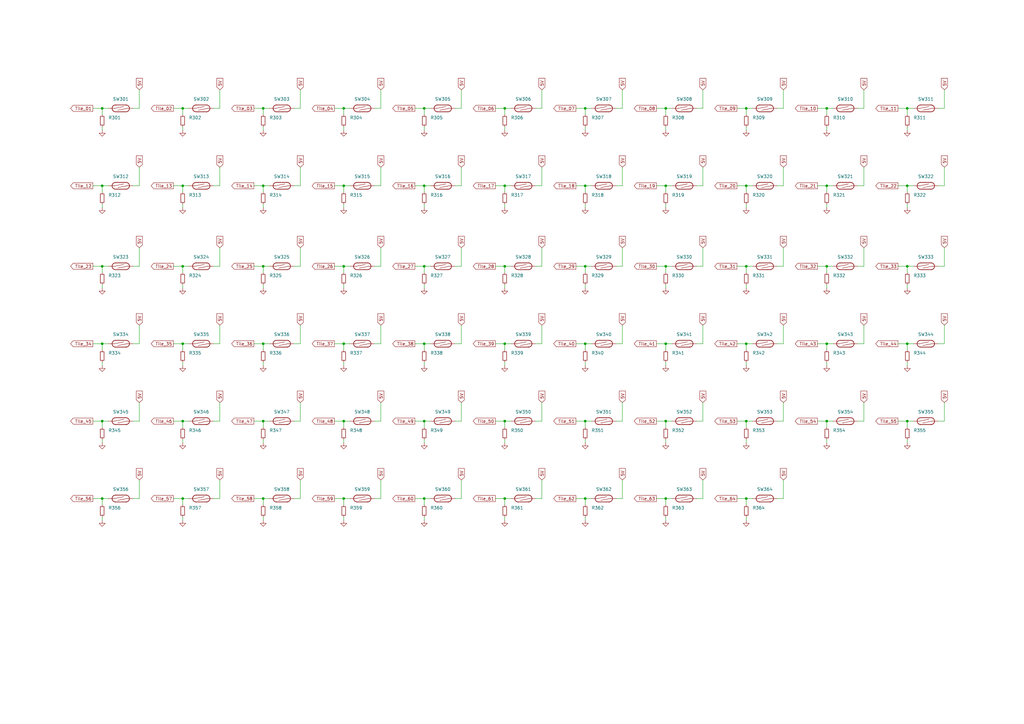
<source format=kicad_sch>
(kicad_sch (version 20211123) (generator eeschema)
  (paper "A3")
  (junction (at 240.03 140.97))
  (junction (at 173.99 172.72))
  (junction (at 306.07 44.45))
  (junction (at 140.97 109.22))
  (junction (at 74.93 140.97))
  (junction (at 273.05 109.22))
  (junction (at 372.11 109.22))
  (junction (at 41.91 44.45))
  (junction (at 372.11 44.45))
  (junction (at 140.97 172.72))
  (junction (at 339.09 140.97))
  (junction (at 306.07 140.97))
  (junction (at 207.01 140.97))
  (junction (at 240.03 44.45))
  (junction (at 173.99 109.22))
  (junction (at 41.91 172.72))
  (junction (at 173.99 204.47))
  (junction (at 107.95 76.2))
  (junction (at 107.95 109.22))
  (junction (at 306.07 172.72))
  (junction (at 41.91 109.22))
  (junction (at 372.11 140.97))
  (junction (at 207.01 109.22))
  (junction (at 173.99 140.97))
  (junction (at 173.99 44.45))
  (junction (at 339.09 109.22))
  (junction (at 207.01 172.72))
  (junction (at 273.05 76.2))
  (junction (at 140.97 140.97))
  (junction (at 74.93 204.47))
  (junction (at 273.05 44.45))
  (junction (at 140.97 204.47))
  (junction (at 372.11 76.2))
  (junction (at 339.09 76.2))
  (junction (at 107.95 140.97))
  (junction (at 207.01 76.2))
  (junction (at 273.05 204.47))
  (junction (at 41.91 140.97))
  (junction (at 306.07 76.2))
  (junction (at 140.97 76.2))
  (junction (at 41.91 204.47))
  (junction (at 107.95 44.45))
  (junction (at 372.11 172.72))
  (junction (at 207.01 44.45))
  (junction (at 74.93 109.22))
  (junction (at 240.03 109.22))
  (junction (at 339.09 44.45))
  (junction (at 41.91 76.2))
  (junction (at 173.99 76.2))
  (junction (at 107.95 172.72))
  (junction (at 207.01 204.47))
  (junction (at 74.93 44.45))
  (junction (at 306.07 109.22))
  (junction (at 339.09 172.72))
  (junction (at 306.07 204.47))
  (junction (at 74.93 76.2))
  (junction (at 74.93 172.72))
  (junction (at 240.03 76.2))
  (junction (at 140.97 44.45))
  (junction (at 273.05 172.72))
  (junction (at 240.03 172.72))
  (junction (at 240.03 204.47))
  (junction (at 273.05 140.97))
  (junction (at 107.95 204.47))
  (wire (pts (xy 203.2 140.97) (xy 207.01 140.97)))
  (wire (pts (xy 255.27 44.45) (xy 252.73 44.45)))
  (wire (pts (xy 372.11 85.09) (xy 372.11 83.82)))
  (wire (pts (xy 38.1 76.2) (xy 41.91 76.2)))
  (wire (pts (xy 273.05 140.97) (xy 275.59 140.97)))
  (wire (pts (xy 74.93 46.99) (xy 74.93 44.45)))
  (wire (pts (xy 222.25 101.6) (xy 222.25 109.22)))
  (wire (pts (xy 71.12 76.2) (xy 74.93 76.2)))
  (wire (pts (xy 372.11 46.99) (xy 372.11 44.45)))
  (wire (pts (xy 170.18 140.97) (xy 173.99 140.97)))
  (wire (pts (xy 203.2 109.22) (xy 207.01 109.22)))
  (wire (pts (xy 38.1 172.72) (xy 41.91 172.72)))
  (wire (pts (xy 41.91 111.76) (xy 41.91 109.22)))
  (wire (pts (xy 74.93 204.47) (xy 77.47 204.47)))
  (wire (pts (xy 222.25 68.58) (xy 222.25 76.2)))
  (wire (pts (xy 41.91 181.61) (xy 41.91 180.34)))
  (wire (pts (xy 269.24 140.97) (xy 273.05 140.97)))
  (wire (pts (xy 107.95 109.22) (xy 110.49 109.22)))
  (wire (pts (xy 372.11 140.97) (xy 374.65 140.97)))
  (wire (pts (xy 240.03 204.47) (xy 242.57 204.47)))
  (wire (pts (xy 321.31 140.97) (xy 318.77 140.97)))
  (wire (pts (xy 306.07 143.51) (xy 306.07 140.97)))
  (wire (pts (xy 71.12 44.45) (xy 74.93 44.45)))
  (wire (pts (xy 57.15 196.85) (xy 57.15 204.47)))
  (wire (pts (xy 240.03 44.45) (xy 242.57 44.45)))
  (wire (pts (xy 140.97 172.72) (xy 143.51 172.72)))
  (wire (pts (xy 57.15 68.58) (xy 57.15 76.2)))
  (wire (pts (xy 302.26 109.22) (xy 306.07 109.22)))
  (wire (pts (xy 273.05 53.34) (xy 273.05 52.07)))
  (wire (pts (xy 41.91 213.36) (xy 41.91 212.09)))
  (wire (pts (xy 288.29 36.83) (xy 288.29 44.45)))
  (wire (pts (xy 302.26 172.72) (xy 306.07 172.72)))
  (wire (pts (xy 240.03 76.2) (xy 242.57 76.2)))
  (wire (pts (xy 189.23 196.85) (xy 189.23 204.47)))
  (wire (pts (xy 107.95 76.2) (xy 110.49 76.2)))
  (wire (pts (xy 306.07 44.45) (xy 308.61 44.45)))
  (wire (pts (xy 140.97 76.2) (xy 143.51 76.2)))
  (wire (pts (xy 368.3 172.72) (xy 372.11 172.72)))
  (wire (pts (xy 387.35 101.6) (xy 387.35 109.22)))
  (wire (pts (xy 222.25 172.72) (xy 219.71 172.72)))
  (wire (pts (xy 269.24 109.22) (xy 273.05 109.22)))
  (wire (pts (xy 104.14 140.97) (xy 107.95 140.97)))
  (wire (pts (xy 306.07 140.97) (xy 308.61 140.97)))
  (wire (pts (xy 123.19 172.72) (xy 120.65 172.72)))
  (wire (pts (xy 269.24 172.72) (xy 273.05 172.72)))
  (wire (pts (xy 107.95 118.11) (xy 107.95 116.84)))
  (wire (pts (xy 38.1 204.47) (xy 41.91 204.47)))
  (wire (pts (xy 273.05 143.51) (xy 273.05 140.97)))
  (wire (pts (xy 321.31 76.2) (xy 318.77 76.2)))
  (wire (pts (xy 240.03 207.01) (xy 240.03 204.47)))
  (wire (pts (xy 107.95 78.74) (xy 107.95 76.2)))
  (wire (pts (xy 189.23 165.1) (xy 189.23 172.72)))
  (wire (pts (xy 273.05 109.22) (xy 275.59 109.22)))
  (wire (pts (xy 339.09 85.09) (xy 339.09 83.82)))
  (wire (pts (xy 107.95 207.01) (xy 107.95 204.47)))
  (wire (pts (xy 74.93 85.09) (xy 74.93 83.82)))
  (wire (pts (xy 207.01 204.47) (xy 209.55 204.47)))
  (wire (pts (xy 339.09 140.97) (xy 341.63 140.97)))
  (wire (pts (xy 222.25 204.47) (xy 219.71 204.47)))
  (wire (pts (xy 306.07 204.47) (xy 308.61 204.47)))
  (wire (pts (xy 38.1 109.22) (xy 41.91 109.22)))
  (wire (pts (xy 173.99 175.26) (xy 173.99 172.72)))
  (wire (pts (xy 41.91 143.51) (xy 41.91 140.97)))
  (wire (pts (xy 156.21 165.1) (xy 156.21 172.72)))
  (wire (pts (xy 339.09 76.2) (xy 341.63 76.2)))
  (wire (pts (xy 240.03 213.36) (xy 240.03 212.09)))
  (wire (pts (xy 74.93 143.51) (xy 74.93 140.97)))
  (wire (pts (xy 170.18 76.2) (xy 173.99 76.2)))
  (wire (pts (xy 90.17 165.1) (xy 90.17 172.72)))
  (wire (pts (xy 207.01 78.74) (xy 207.01 76.2)))
  (wire (pts (xy 339.09 44.45) (xy 341.63 44.45)))
  (wire (pts (xy 288.29 140.97) (xy 285.75 140.97)))
  (wire (pts (xy 269.24 204.47) (xy 273.05 204.47)))
  (wire (pts (xy 140.97 78.74) (xy 140.97 76.2)))
  (wire (pts (xy 288.29 76.2) (xy 285.75 76.2)))
  (wire (pts (xy 90.17 172.72) (xy 87.63 172.72)))
  (wire (pts (xy 335.28 140.97) (xy 339.09 140.97)))
  (wire (pts (xy 90.17 101.6) (xy 90.17 109.22)))
  (wire (pts (xy 207.01 53.34) (xy 207.01 52.07)))
  (wire (pts (xy 255.27 109.22) (xy 252.73 109.22)))
  (wire (pts (xy 222.25 165.1) (xy 222.25 172.72)))
  (wire (pts (xy 240.03 111.76) (xy 240.03 109.22)))
  (wire (pts (xy 339.09 149.86) (xy 339.09 148.59)))
  (wire (pts (xy 173.99 143.51) (xy 173.99 140.97)))
  (wire (pts (xy 240.03 78.74) (xy 240.03 76.2)))
  (wire (pts (xy 173.99 109.22) (xy 176.53 109.22)))
  (wire (pts (xy 321.31 165.1) (xy 321.31 172.72)))
  (wire (pts (xy 222.25 196.85) (xy 222.25 204.47)))
  (wire (pts (xy 170.18 204.47) (xy 173.99 204.47)))
  (wire (pts (xy 387.35 76.2) (xy 384.81 76.2)))
  (wire (pts (xy 189.23 76.2) (xy 186.69 76.2)))
  (wire (pts (xy 203.2 44.45) (xy 207.01 44.45)))
  (wire (pts (xy 140.97 46.99) (xy 140.97 44.45)))
  (wire (pts (xy 71.12 109.22) (xy 74.93 109.22)))
  (wire (pts (xy 207.01 207.01) (xy 207.01 204.47)))
  (wire (pts (xy 387.35 68.58) (xy 387.35 76.2)))
  (wire (pts (xy 306.07 85.09) (xy 306.07 83.82)))
  (wire (pts (xy 288.29 133.35) (xy 288.29 140.97)))
  (wire (pts (xy 387.35 44.45) (xy 384.81 44.45)))
  (wire (pts (xy 173.99 181.61) (xy 173.99 180.34)))
  (wire (pts (xy 41.91 78.74) (xy 41.91 76.2)))
  (wire (pts (xy 74.93 207.01) (xy 74.93 204.47)))
  (wire (pts (xy 137.16 140.97) (xy 140.97 140.97)))
  (wire (pts (xy 288.29 44.45) (xy 285.75 44.45)))
  (wire (pts (xy 140.97 143.51) (xy 140.97 140.97)))
  (wire (pts (xy 189.23 133.35) (xy 189.23 140.97)))
  (wire (pts (xy 41.91 175.26) (xy 41.91 172.72)))
  (wire (pts (xy 255.27 204.47) (xy 252.73 204.47)))
  (wire (pts (xy 41.91 44.45) (xy 44.45 44.45)))
  (wire (pts (xy 156.21 44.45) (xy 153.67 44.45)))
  (wire (pts (xy 107.95 46.99) (xy 107.95 44.45)))
  (wire (pts (xy 74.93 111.76) (xy 74.93 109.22)))
  (wire (pts (xy 156.21 109.22) (xy 153.67 109.22)))
  (wire (pts (xy 107.95 204.47) (xy 110.49 204.47)))
  (wire (pts (xy 140.97 175.26) (xy 140.97 172.72)))
  (wire (pts (xy 339.09 111.76) (xy 339.09 109.22)))
  (wire (pts (xy 255.27 101.6) (xy 255.27 109.22)))
  (wire (pts (xy 321.31 109.22) (xy 318.77 109.22)))
  (wire (pts (xy 236.22 204.47) (xy 240.03 204.47)))
  (wire (pts (xy 372.11 181.61) (xy 372.11 180.34)))
  (wire (pts (xy 90.17 44.45) (xy 87.63 44.45)))
  (wire (pts (xy 339.09 109.22) (xy 341.63 109.22)))
  (wire (pts (xy 107.95 213.36) (xy 107.95 212.09)))
  (wire (pts (xy 387.35 172.72) (xy 384.81 172.72)))
  (wire (pts (xy 173.99 149.86) (xy 173.99 148.59)))
  (wire (pts (xy 335.28 76.2) (xy 339.09 76.2)))
  (wire (pts (xy 321.31 172.72) (xy 318.77 172.72)))
  (wire (pts (xy 173.99 213.36) (xy 173.99 212.09)))
  (wire (pts (xy 306.07 76.2) (xy 308.61 76.2)))
  (wire (pts (xy 288.29 204.47) (xy 285.75 204.47)))
  (wire (pts (xy 57.15 36.83) (xy 57.15 44.45)))
  (wire (pts (xy 107.95 85.09) (xy 107.95 83.82)))
  (wire (pts (xy 41.91 53.34) (xy 41.91 52.07)))
  (wire (pts (xy 90.17 36.83) (xy 90.17 44.45)))
  (wire (pts (xy 41.91 118.11) (xy 41.91 116.84)))
  (wire (pts (xy 306.07 78.74) (xy 306.07 76.2)))
  (wire (pts (xy 321.31 204.47) (xy 318.77 204.47)))
  (wire (pts (xy 189.23 68.58) (xy 189.23 76.2)))
  (wire (pts (xy 306.07 109.22) (xy 308.61 109.22)))
  (wire (pts (xy 273.05 181.61) (xy 273.05 180.34)))
  (wire (pts (xy 107.95 111.76) (xy 107.95 109.22)))
  (wire (pts (xy 207.01 181.61) (xy 207.01 180.34)))
  (wire (pts (xy 236.22 76.2) (xy 240.03 76.2)))
  (wire (pts (xy 387.35 165.1) (xy 387.35 172.72)))
  (wire (pts (xy 173.99 118.11) (xy 173.99 116.84)))
  (wire (pts (xy 240.03 175.26) (xy 240.03 172.72)))
  (wire (pts (xy 222.25 109.22) (xy 219.71 109.22)))
  (wire (pts (xy 288.29 165.1) (xy 288.29 172.72)))
  (wire (pts (xy 74.93 175.26) (xy 74.93 172.72)))
  (wire (pts (xy 354.33 101.6) (xy 354.33 109.22)))
  (wire (pts (xy 354.33 76.2) (xy 351.79 76.2)))
  (wire (pts (xy 273.05 207.01) (xy 273.05 204.47)))
  (wire (pts (xy 41.91 76.2) (xy 44.45 76.2)))
  (wire (pts (xy 173.99 111.76) (xy 173.99 109.22)))
  (wire (pts (xy 156.21 133.35) (xy 156.21 140.97)))
  (wire (pts (xy 57.15 44.45) (xy 54.61 44.45)))
  (wire (pts (xy 107.95 149.86) (xy 107.95 148.59)))
  (wire (pts (xy 207.01 213.36) (xy 207.01 212.09)))
  (wire (pts (xy 203.2 204.47) (xy 207.01 204.47)))
  (wire (pts (xy 372.11 111.76) (xy 372.11 109.22)))
  (wire (pts (xy 170.18 172.72) (xy 173.99 172.72)))
  (wire (pts (xy 123.19 165.1) (xy 123.19 172.72)))
  (wire (pts (xy 222.25 133.35) (xy 222.25 140.97)))
  (wire (pts (xy 107.95 175.26) (xy 107.95 172.72)))
  (wire (pts (xy 372.11 149.86) (xy 372.11 148.59)))
  (wire (pts (xy 140.97 53.34) (xy 140.97 52.07)))
  (wire (pts (xy 354.33 172.72) (xy 351.79 172.72)))
  (wire (pts (xy 137.16 76.2) (xy 140.97 76.2)))
  (wire (pts (xy 74.93 53.34) (xy 74.93 52.07)))
  (wire (pts (xy 74.93 149.86) (xy 74.93 148.59)))
  (wire (pts (xy 104.14 172.72) (xy 107.95 172.72)))
  (wire (pts (xy 173.99 53.34) (xy 173.99 52.07)))
  (wire (pts (xy 288.29 196.85) (xy 288.29 204.47)))
  (wire (pts (xy 335.28 44.45) (xy 339.09 44.45)))
  (wire (pts (xy 74.93 44.45) (xy 77.47 44.45)))
  (wire (pts (xy 255.27 133.35) (xy 255.27 140.97)))
  (wire (pts (xy 240.03 46.99) (xy 240.03 44.45)))
  (wire (pts (xy 90.17 133.35) (xy 90.17 140.97)))
  (wire (pts (xy 240.03 181.61) (xy 240.03 180.34)))
  (wire (pts (xy 140.97 204.47) (xy 143.51 204.47)))
  (wire (pts (xy 207.01 46.99) (xy 207.01 44.45)))
  (wire (pts (xy 288.29 68.58) (xy 288.29 76.2)))
  (wire (pts (xy 90.17 68.58) (xy 90.17 76.2)))
  (wire (pts (xy 123.19 204.47) (xy 120.65 204.47)))
  (wire (pts (xy 173.99 140.97) (xy 176.53 140.97)))
  (wire (pts (xy 57.15 172.72) (xy 54.61 172.72)))
  (wire (pts (xy 306.07 213.36) (xy 306.07 212.09)))
  (wire (pts (xy 236.22 140.97) (xy 240.03 140.97)))
  (wire (pts (xy 140.97 181.61) (xy 140.97 180.34)))
  (wire (pts (xy 372.11 44.45) (xy 374.65 44.45)))
  (wire (pts (xy 140.97 213.36) (xy 140.97 212.09)))
  (wire (pts (xy 173.99 207.01) (xy 173.99 204.47)))
  (wire (pts (xy 354.33 165.1) (xy 354.33 172.72)))
  (wire (pts (xy 222.25 140.97) (xy 219.71 140.97)))
  (wire (pts (xy 255.27 68.58) (xy 255.27 76.2)))
  (wire (pts (xy 140.97 109.22) (xy 143.51 109.22)))
  (wire (pts (xy 372.11 76.2) (xy 374.65 76.2)))
  (wire (pts (xy 189.23 204.47) (xy 186.69 204.47)))
  (wire (pts (xy 240.03 109.22) (xy 242.57 109.22)))
  (wire (pts (xy 306.07 111.76) (xy 306.07 109.22)))
  (wire (pts (xy 107.95 172.72) (xy 110.49 172.72)))
  (wire (pts (xy 74.93 213.36) (xy 74.93 212.09)))
  (wire (pts (xy 335.28 172.72) (xy 339.09 172.72)))
  (wire (pts (xy 140.97 207.01) (xy 140.97 204.47)))
  (wire (pts (xy 207.01 149.86) (xy 207.01 148.59)))
  (wire (pts (xy 41.91 204.47) (xy 44.45 204.47)))
  (wire (pts (xy 123.19 109.22) (xy 120.65 109.22)))
  (wire (pts (xy 156.21 204.47) (xy 153.67 204.47)))
  (wire (pts (xy 57.15 140.97) (xy 54.61 140.97)))
  (wire (pts (xy 71.12 204.47) (xy 74.93 204.47)))
  (wire (pts (xy 123.19 101.6) (xy 123.19 109.22)))
  (wire (pts (xy 41.91 140.97) (xy 44.45 140.97)))
  (wire (pts (xy 354.33 36.83) (xy 354.33 44.45)))
  (wire (pts (xy 269.24 44.45) (xy 273.05 44.45)))
  (wire (pts (xy 273.05 118.11) (xy 273.05 116.84)))
  (wire (pts (xy 173.99 172.72) (xy 176.53 172.72)))
  (wire (pts (xy 90.17 196.85) (xy 90.17 204.47)))
  (wire (pts (xy 288.29 101.6) (xy 288.29 109.22)))
  (wire (pts (xy 173.99 76.2) (xy 176.53 76.2)))
  (wire (pts (xy 273.05 111.76) (xy 273.05 109.22)))
  (wire (pts (xy 140.97 44.45) (xy 143.51 44.45)))
  (wire (pts (xy 207.01 76.2) (xy 209.55 76.2)))
  (wire (pts (xy 372.11 109.22) (xy 374.65 109.22)))
  (wire (pts (xy 387.35 140.97) (xy 384.81 140.97)))
  (wire (pts (xy 189.23 109.22) (xy 186.69 109.22)))
  (wire (pts (xy 372.11 172.72) (xy 374.65 172.72)))
  (wire (pts (xy 123.19 44.45) (xy 120.65 44.45)))
  (wire (pts (xy 170.18 44.45) (xy 173.99 44.45)))
  (wire (pts (xy 137.16 109.22) (xy 140.97 109.22)))
  (wire (pts (xy 321.31 36.83) (xy 321.31 44.45)))
  (wire (pts (xy 255.27 36.83) (xy 255.27 44.45)))
  (wire (pts (xy 255.27 76.2) (xy 252.73 76.2)))
  (wire (pts (xy 368.3 76.2) (xy 372.11 76.2)))
  (wire (pts (xy 107.95 143.51) (xy 107.95 140.97)))
  (wire (pts (xy 140.97 111.76) (xy 140.97 109.22)))
  (wire (pts (xy 339.09 78.74) (xy 339.09 76.2)))
  (wire (pts (xy 71.12 140.97) (xy 74.93 140.97)))
  (wire (pts (xy 321.31 68.58) (xy 321.31 76.2)))
  (wire (pts (xy 203.2 76.2) (xy 207.01 76.2)))
  (wire (pts (xy 306.07 172.72) (xy 308.61 172.72)))
  (wire (pts (xy 207.01 140.97) (xy 209.55 140.97)))
  (wire (pts (xy 255.27 172.72) (xy 252.73 172.72)))
  (wire (pts (xy 240.03 140.97) (xy 242.57 140.97)))
  (wire (pts (xy 173.99 44.45) (xy 176.53 44.45)))
  (wire (pts (xy 306.07 207.01) (xy 306.07 204.47)))
  (wire (pts (xy 123.19 68.58) (xy 123.19 76.2)))
  (wire (pts (xy 273.05 76.2) (xy 275.59 76.2)))
  (wire (pts (xy 104.14 44.45) (xy 107.95 44.45)))
  (wire (pts (xy 321.31 101.6) (xy 321.31 109.22)))
  (wire (pts (xy 189.23 44.45) (xy 186.69 44.45)))
  (wire (pts (xy 240.03 53.34) (xy 240.03 52.07)))
  (wire (pts (xy 170.18 109.22) (xy 173.99 109.22)))
  (wire (pts (xy 74.93 109.22) (xy 77.47 109.22)))
  (wire (pts (xy 255.27 196.85) (xy 255.27 204.47)))
  (wire (pts (xy 123.19 133.35) (xy 123.19 140.97)))
  (wire (pts (xy 306.07 46.99) (xy 306.07 44.45)))
  (wire (pts (xy 236.22 109.22) (xy 240.03 109.22)))
  (wire (pts (xy 368.3 44.45) (xy 372.11 44.45)))
  (wire (pts (xy 57.15 76.2) (xy 54.61 76.2)))
  (wire (pts (xy 203.2 172.72) (xy 207.01 172.72)))
  (wire (pts (xy 372.11 53.34) (xy 372.11 52.07)))
  (wire (pts (xy 372.11 143.51) (xy 372.11 140.97)))
  (wire (pts (xy 372.11 175.26) (xy 372.11 172.72)))
  (wire (pts (xy 273.05 213.36) (xy 273.05 212.09)))
  (wire (pts (xy 240.03 172.72) (xy 242.57 172.72)))
  (wire (pts (xy 123.19 76.2) (xy 120.65 76.2)))
  (wire (pts (xy 273.05 149.86) (xy 273.05 148.59)))
  (wire (pts (xy 189.23 172.72) (xy 186.69 172.72)))
  (wire (pts (xy 189.23 36.83) (xy 189.23 44.45)))
  (wire (pts (xy 107.95 53.34) (xy 107.95 52.07)))
  (wire (pts (xy 321.31 196.85) (xy 321.31 204.47)))
  (wire (pts (xy 339.09 46.99) (xy 339.09 44.45)))
  (wire (pts (xy 255.27 140.97) (xy 252.73 140.97)))
  (wire (pts (xy 38.1 44.45) (xy 41.91 44.45)))
  (wire (pts (xy 41.91 207.01) (xy 41.91 204.47)))
  (wire (pts (xy 104.14 76.2) (xy 107.95 76.2)))
  (wire (pts (xy 74.93 140.97) (xy 77.47 140.97)))
  (wire (pts (xy 156.21 196.85) (xy 156.21 204.47)))
  (wire (pts (xy 156.21 36.83) (xy 156.21 44.45)))
  (wire (pts (xy 339.09 172.72) (xy 341.63 172.72)))
  (wire (pts (xy 107.95 181.61) (xy 107.95 180.34)))
  (wire (pts (xy 306.07 181.61) (xy 306.07 180.34)))
  (wire (pts (xy 273.05 172.72) (xy 275.59 172.72)))
  (wire (pts (xy 207.01 85.09) (xy 207.01 83.82)))
  (wire (pts (xy 302.26 140.97) (xy 306.07 140.97)))
  (wire (pts (xy 173.99 78.74) (xy 173.99 76.2)))
  (wire (pts (xy 156.21 172.72) (xy 153.67 172.72)))
  (wire (pts (xy 302.26 76.2) (xy 306.07 76.2)))
  (wire (pts (xy 156.21 101.6) (xy 156.21 109.22)))
  (wire (pts (xy 104.14 109.22) (xy 107.95 109.22)))
  (wire (pts (xy 41.91 109.22) (xy 44.45 109.22)))
  (wire (pts (xy 255.27 165.1) (xy 255.27 172.72)))
  (wire (pts (xy 273.05 46.99) (xy 273.05 44.45)))
  (wire (pts (xy 288.29 172.72) (xy 285.75 172.72)))
  (wire (pts (xy 335.28 109.22) (xy 339.09 109.22)))
  (wire (pts (xy 354.33 109.22) (xy 351.79 109.22)))
  (wire (pts (xy 173.99 204.47) (xy 176.53 204.47)))
  (wire (pts (xy 189.23 101.6) (xy 189.23 109.22)))
  (wire (pts (xy 74.93 181.61) (xy 74.93 180.34)))
  (wire (pts (xy 207.01 143.51) (xy 207.01 140.97)))
  (wire (pts (xy 74.93 118.11) (xy 74.93 116.84)))
  (wire (pts (xy 321.31 133.35) (xy 321.31 140.97)))
  (wire (pts (xy 90.17 76.2) (xy 87.63 76.2)))
  (wire (pts (xy 74.93 172.72) (xy 77.47 172.72)))
  (wire (pts (xy 306.07 175.26) (xy 306.07 172.72)))
  (wire (pts (xy 74.93 76.2) (xy 77.47 76.2)))
  (wire (pts (xy 273.05 204.47) (xy 275.59 204.47)))
  (wire (pts (xy 339.09 53.34) (xy 339.09 52.07)))
  (wire (pts (xy 156.21 68.58) (xy 156.21 76.2)))
  (wire (pts (xy 90.17 204.47) (xy 87.63 204.47)))
  (wire (pts (xy 321.31 44.45) (xy 318.77 44.45)))
  (wire (pts (xy 387.35 109.22) (xy 384.81 109.22)))
  (wire (pts (xy 306.07 118.11) (xy 306.07 116.84)))
  (wire (pts (xy 354.33 140.97) (xy 351.79 140.97)))
  (wire (pts (xy 57.15 204.47) (xy 54.61 204.47)))
  (wire (pts (xy 107.95 44.45) (xy 110.49 44.45)))
  (wire (pts (xy 104.14 204.47) (xy 107.95 204.47)))
  (wire (pts (xy 387.35 36.83) (xy 387.35 44.45)))
  (wire (pts (xy 140.97 149.86) (xy 140.97 148.59)))
  (wire (pts (xy 372.11 118.11) (xy 372.11 116.84)))
  (wire (pts (xy 137.16 172.72) (xy 140.97 172.72)))
  (wire (pts (xy 207.01 172.72) (xy 209.55 172.72)))
  (wire (pts (xy 269.24 76.2) (xy 273.05 76.2)))
  (wire (pts (xy 372.11 78.74) (xy 372.11 76.2)))
  (wire (pts (xy 273.05 44.45) (xy 275.59 44.45)))
  (wire (pts (xy 222.25 44.45) (xy 219.71 44.45)))
  (wire (pts (xy 123.19 196.85) (xy 123.19 204.47)))
  (wire (pts (xy 156.21 76.2) (xy 153.67 76.2)))
  (wire (pts (xy 137.16 44.45) (xy 140.97 44.45)))
  (wire (pts (xy 354.33 44.45) (xy 351.79 44.45)))
  (wire (pts (xy 306.07 53.34) (xy 306.07 52.07)))
  (wire (pts (xy 387.35 133.35) (xy 387.35 140.97)))
  (wire (pts (xy 137.16 204.47) (xy 140.97 204.47)))
  (wire (pts (xy 57.15 133.35) (xy 57.15 140.97)))
  (wire (pts (xy 207.01 175.26) (xy 207.01 172.72)))
  (wire (pts (xy 302.26 204.47) (xy 306.07 204.47)))
  (wire (pts (xy 236.22 44.45) (xy 240.03 44.45)))
  (wire (pts (xy 288.29 109.22) (xy 285.75 109.22)))
  (wire (pts (xy 207.01 118.11) (xy 207.01 116.84)))
  (wire (pts (xy 90.17 140.97) (xy 87.63 140.97)))
  (wire (pts (xy 57.15 165.1) (xy 57.15 172.72)))
  (wire (pts (xy 273.05 78.74) (xy 273.05 76.2)))
  (wire (pts (xy 240.03 143.51) (xy 240.03 140.97)))
  (wire (pts (xy 41.91 46.99) (xy 41.91 44.45)))
  (wire (pts (xy 173.99 85.09) (xy 173.99 83.82)))
  (wire (pts (xy 354.33 68.58) (xy 354.33 76.2)))
  (wire (pts (xy 207.01 111.76) (xy 207.01 109.22)))
  (wire (pts (xy 354.33 133.35) (xy 354.33 140.97)))
  (wire (pts (xy 41.91 172.72) (xy 44.45 172.72)))
  (wire (pts (xy 140.97 118.11) (xy 140.97 116.84)))
  (wire (pts (xy 207.01 44.45) (xy 209.55 44.45)))
  (wire (pts (xy 339.09 143.51) (xy 339.09 140.97)))
  (wire (pts (xy 57.15 109.22) (xy 54.61 109.22)))
  (wire (pts (xy 222.25 36.83) (xy 222.25 44.45)))
  (wire (pts (xy 38.1 140.97) (xy 41.91 140.97)))
  (wire (pts (xy 368.3 140.97) (xy 372.11 140.97)))
  (wire (pts (xy 140.97 140.97) (xy 143.51 140.97)))
  (wire (pts (xy 339.09 175.26) (xy 339.09 172.72)))
  (wire (pts (xy 41.91 85.09) (xy 41.91 83.82)))
  (wire (pts (xy 339.09 118.11) (xy 339.09 116.84)))
  (wire (pts (xy 156.21 140.97) (xy 153.67 140.97)))
  (wire (pts (xy 240.03 118.11) (xy 240.03 116.84)))
  (wire (pts (xy 41.91 149.86) (xy 41.91 148.59)))
  (wire (pts (xy 74.93 78.74) (xy 74.93 76.2)))
  (wire (pts (xy 140.97 85.09) (xy 140.97 83.82)))
  (wire (pts (xy 90.17 109.22) (xy 87.63 109.22)))
  (wire (pts (xy 240.03 85.09) (xy 240.03 83.82)))
  (wire (pts (xy 273.05 85.09) (xy 273.05 83.82)))
  (wire (pts (xy 123.19 140.97) (xy 120.65 140.97)))
  (wire (pts (xy 57.15 101.6) (xy 57.15 109.22)))
  (wire (pts (xy 107.95 140.97) (xy 110.49 140.97)))
  (wire (pts (xy 306.07 149.86) (xy 306.07 148.59)))
  (wire (pts (xy 236.22 172.72) (xy 240.03 172.72)))
  (wire (pts (xy 302.26 44.45) (xy 306.07 44.45)))
  (wire (pts (xy 189.23 140.97) (xy 186.69 140.97)))
  (wire (pts (xy 240.03 149.86) (xy 240.03 148.59)))
  (wire (pts (xy 273.05 175.26) (xy 273.05 172.72)))
  (wire (pts (xy 207.01 109.22) (xy 209.55 109.22)))
  (wire (pts (xy 123.19 36.83) (xy 123.19 44.45)))
  (wire (pts (xy 71.12 172.72) (xy 74.93 172.72)))
  (wire (pts (xy 368.3 109.22) (xy 372.11 109.22)))
  (wire (pts (xy 339.09 181.61) (xy 339.09 180.34)))
  (wire (pts (xy 173.99 46.99) (xy 173.99 44.45)))
  (wire (pts (xy 222.25 76.2) (xy 219.71 76.2)))
  (global_label "Tile_53" (shape output) (at 302.26 172.72 180) (property "Intersheet References" "${INTERSHEET_REFS}" (effects hide)))
  (global_label "Tile_51" (shape output) (at 236.22 172.72 180) (property "Intersheet References" "${INTERSHEET_REFS}" (effects hide)))
  (global_label "Tile_24" (shape output) (at 71.12 109.22 180) (property "Intersheet References" "${INTERSHEET_REFS}" (effects hide)))
  (global_label "Tile_58" (shape output) (at 104.14 204.47 180) (property "Intersheet References" "${INTERSHEET_REFS}" (effects hide)))
  (global_label "Tile_34" (shape output) (at 38.1 140.97 180) (property "Intersheet References" "${INTERSHEET_REFS}" (effects hide)))
  (global_label "Tile_61" (shape output) (at 203.2 204.47 180) (property "Intersheet References" "${INTERSHEET_REFS}" (effects hide)))
  (global_label "5V" (shape input) (at 222.25 133.35 90) (property "Intersheet References" "${INTERSHEET_REFS}" (effects hide)))
  (global_label "5V" (shape input) (at 57.15 101.6 90) (property "Intersheet References" "${INTERSHEET_REFS}" (effects hide)))
  (global_label "5V" (shape input) (at 57.15 36.83 90) (property "Intersheet References" "${INTERSHEET_REFS}" (effects hide)))
  (global_label "5V" (shape input) (at 222.25 165.1 90) (property "Intersheet References" "${INTERSHEET_REFS}" (effects hide)))
  (global_label "Tile_59" (shape output) (at 137.16 204.47 180) (property "Intersheet References" "${INTERSHEET_REFS}" (effects hide)))
  (global_label "Tile_38" (shape output) (at 170.18 140.97 180) (property "Intersheet References" "${INTERSHEET_REFS}" (effects hide)))
  (global_label "Tile_03" (shape output) (at 104.14 44.45 180) (property "Intersheet References" "${INTERSHEET_REFS}" (effects hide)))
  (global_label "5V" (shape input) (at 189.23 36.83 90) (property "Intersheet References" "${INTERSHEET_REFS}" (effects hide)))
  (global_label "Tile_37" (shape output) (at 137.16 140.97 180) (property "Intersheet References" "${INTERSHEET_REFS}" (effects hide)))
  (global_label "Tile_04" (shape output) (at 137.16 44.45 180) (property "Intersheet References" "${INTERSHEET_REFS}" (effects hide)))
  (global_label "Tile_20" (shape output) (at 302.26 76.2 180) (property "Intersheet References" "${INTERSHEET_REFS}" (effects hide)))
  (global_label "Tile_63" (shape output) (at 269.24 204.47 180) (property "Intersheet References" "${INTERSHEET_REFS}" (effects hide)))
  (global_label "5V" (shape input) (at 387.35 101.6 90) (property "Intersheet References" "${INTERSHEET_REFS}" (effects hide)))
  (global_label "5V" (shape input) (at 156.21 165.1 90) (property "Intersheet References" "${INTERSHEET_REFS}" (effects hide)))
  (global_label "5V" (shape input) (at 189.23 133.35 90) (property "Intersheet References" "${INTERSHEET_REFS}" (effects hide)))
  (global_label "5V" (shape input) (at 57.15 196.85 90) (property "Intersheet References" "${INTERSHEET_REFS}" (effects hide)))
  (global_label "Tile_26" (shape output) (at 137.16 109.22 180) (property "Intersheet References" "${INTERSHEET_REFS}" (effects hide)))
  (global_label "Tile_31" (shape output) (at 302.26 109.22 180) (property "Intersheet References" "${INTERSHEET_REFS}" (effects hide)))
  (global_label "5V" (shape input) (at 354.33 101.6 90) (property "Intersheet References" "${INTERSHEET_REFS}" (effects hide)))
  (global_label "5V" (shape input) (at 288.29 101.6 90) (property "Intersheet References" "${INTERSHEET_REFS}" (effects hide)))
  (global_label "5V" (shape input) (at 321.31 196.85 90) (property "Intersheet References" "${INTERSHEET_REFS}" (effects hide)))
  (global_label "Tile_05" (shape output) (at 170.18 44.45 180) (property "Intersheet References" "${INTERSHEET_REFS}" (effects hide)))
  (global_label "5V" (shape input) (at 189.23 165.1 90) (property "Intersheet References" "${INTERSHEET_REFS}" (effects hide)))
  (global_label "Tile_44" (shape output) (at 368.3 140.97 180) (property "Intersheet References" "${INTERSHEET_REFS}" (effects hide)))
  (global_label "Tile_28" (shape output) (at 203.2 109.22 180) (property "Intersheet References" "${INTERSHEET_REFS}" (effects hide)))
  (global_label "5V" (shape input) (at 255.27 196.85 90) (property "Intersheet References" "${INTERSHEET_REFS}" (effects hide)))
  (global_label "Tile_64" (shape output) (at 302.26 204.47 180) (property "Intersheet References" "${INTERSHEET_REFS}" (effects hide)))
  (global_label "5V" (shape input) (at 156.21 133.35 90) (property "Intersheet References" "${INTERSHEET_REFS}" (effects hide)))
  (global_label "Tile_47" (shape output) (at 104.14 172.72 180) (property "Intersheet References" "${INTERSHEET_REFS}" (effects hide)))
  (global_label "5V" (shape input) (at 288.29 133.35 90) (property "Intersheet References" "${INTERSHEET_REFS}" (effects hide)))
  (global_label "5V" (shape input) (at 90.17 101.6 90) (property "Intersheet References" "${INTERSHEET_REFS}" (effects hide)))
  (global_label "Tile_22" (shape output) (at 368.3 76.2 180) (property "Intersheet References" "${INTERSHEET_REFS}" (effects hide)))
  (global_label "Tile_18" (shape output) (at 236.22 76.2 180) (property "Intersheet References" "${INTERSHEET_REFS}" (effects hide)))
  (global_label "5V" (shape input) (at 288.29 68.58 90) (property "Intersheet References" "${INTERSHEET_REFS}" (effects hide)))
  (global_label "Tile_55" (shape output) (at 368.3 172.72 180) (property "Intersheet References" "${INTERSHEET_REFS}" (effects hide)))
  (global_label "5V" (shape input) (at 189.23 196.85 90) (property "Intersheet References" "${INTERSHEET_REFS}" (effects hide)))
  (global_label "5V" (shape input) (at 156.21 196.85 90) (property "Intersheet References" "${INTERSHEET_REFS}" (effects hide)))
  (global_label "Tile_35" (shape output) (at 71.12 140.97 180) (property "Intersheet References" "${INTERSHEET_REFS}" (effects hide)))
  (global_label "Tile_39" (shape output) (at 203.2 140.97 180) (property "Intersheet References" "${INTERSHEET_REFS}" (effects hide)))
  (global_label "5V" (shape input) (at 90.17 133.35 90) (property "Intersheet References" "${INTERSHEET_REFS}" (effects hide)))
  (global_label "5V" (shape input) (at 288.29 196.85 90) (property "Intersheet References" "${INTERSHEET_REFS}" (effects hide)))
  (global_label "Tile_09" (shape output) (at 302.26 44.45 180) (property "Intersheet References" "${INTERSHEET_REFS}" (effects hide)))
  (global_label "5V" (shape input) (at 354.33 165.1 90) (property "Intersheet References" "${INTERSHEET_REFS}" (effects hide)))
  (global_label "5V" (shape input) (at 387.35 36.83 90) (property "Intersheet References" "${INTERSHEET_REFS}" (effects hide)))
  (global_label "5V" (shape input) (at 189.23 101.6 90) (property "Intersheet References" "${INTERSHEET_REFS}" (effects hide)))
  (global_label "Tile_21" (shape output) (at 335.28 76.2 180) (property "Intersheet References" "${INTERSHEET_REFS}" (effects hide)))
  (global_label "Tile_57" (shape output) (at 71.12 204.47 180) (property "Intersheet References" "${INTERSHEET_REFS}" (effects hide)))
  (global_label "5V" (shape input) (at 123.19 133.35 90) (property "Intersheet References" "${INTERSHEET_REFS}" (effects hide)))
  (global_label "5V" (shape input) (at 57.15 133.35 90) (property "Intersheet References" "${INTERSHEET_REFS}" (effects hide)))
  (global_label "5V" (shape input) (at 123.19 68.58 90) (property "Intersheet References" "${INTERSHEET_REFS}" (effects hide)))
  (global_label "Tile_23" (shape output) (at 38.1 109.22 180) (property "Intersheet References" "${INTERSHEET_REFS}" (effects hide)))
  (global_label "5V" (shape input) (at 354.33 68.58 90) (property "Intersheet References" "${INTERSHEET_REFS}" (effects hide)))
  (global_label "5V" (shape input) (at 156.21 36.83 90) (property "Intersheet References" "${INTERSHEET_REFS}" (effects hide)))
  (global_label "Tile_17" (shape output) (at 203.2 76.2 180) (property "Intersheet References" "${INTERSHEET_REFS}" (effects hide)))
  (global_label "5V" (shape input) (at 90.17 36.83 90) (property "Intersheet References" "${INTERSHEET_REFS}" (effects hide)))
  (global_label "Tile_42" (shape output) (at 302.26 140.97 180) (property "Intersheet References" "${INTERSHEET_REFS}" (effects hide)))
  (global_label "5V" (shape input) (at 222.25 68.58 90) (property "Intersheet References" "${INTERSHEET_REFS}" (effects hide)))
  (global_label "Tile_46" (shape output) (at 71.12 172.72 180) (property "Intersheet References" "${INTERSHEET_REFS}" (effects hide)))
  (global_label "Tile_62" (shape output) (at 236.22 204.47 180) (property "Intersheet References" "${INTERSHEET_REFS}" (effects hide)))
  (global_label "5V" (shape input) (at 321.31 133.35 90) (property "Intersheet References" "${INTERSHEET_REFS}" (effects hide)))
  (global_label "Tile_41" (shape output) (at 269.24 140.97 180) (property "Intersheet References" "${INTERSHEET_REFS}" (effects hide)))
  (global_label "Tile_30" (shape output) (at 269.24 109.22 180) (property "Intersheet References" "${INTERSHEET_REFS}" (effects hide)))
  (global_label "Tile_45" (shape output) (at 38.1 172.72 180) (property "Intersheet References" "${INTERSHEET_REFS}" (effects hide)))
  (global_label "Tile_50" (shape output) (at 203.2 172.72 180) (property "Intersheet References" "${INTERSHEET_REFS}" (effects hide)))
  (global_label "Tile_32" (shape output) (at 335.28 109.22 180) (property "Intersheet References" "${INTERSHEET_REFS}" (effects hide)))
  (global_label "Tile_49" (shape output) (at 170.18 172.72 180) (property "Intersheet References" "${INTERSHEET_REFS}" (effects hide)))
  (global_label "5V" (shape input) (at 354.33 36.83 90) (property "Intersheet References" "${INTERSHEET_REFS}" (effects hide)))
  (global_label "5V" (shape input) (at 255.27 36.83 90) (property "Intersheet References" "${INTERSHEET_REFS}" (effects hide)))
  (global_label "5V" (shape input) (at 321.31 101.6 90) (property "Intersheet References" "${INTERSHEET_REFS}" (effects hide)))
  (global_label "5V" (shape input) (at 189.23 68.58 90) (property "Intersheet References" "${INTERSHEET_REFS}" (effects hide)))
  (global_label "Tile_36" (shape output) (at 104.14 140.97 180) (property "Intersheet References" "${INTERSHEET_REFS}" (effects hide)))
  (global_label "Tile_27" (shape output) (at 170.18 109.22 180) (property "Intersheet References" "${INTERSHEET_REFS}" (effects hide)))
  (global_label "5V" (shape input) (at 156.21 101.6 90) (property "Intersheet References" "${INTERSHEET_REFS}" (effects hide)))
  (global_label "Tile_33" (shape output) (at 368.3 109.22 180) (property "Intersheet References" "${INTERSHEET_REFS}" (effects hide)))
  (global_label "5V" (shape input) (at 90.17 196.85 90) (property "Intersheet References" "${INTERSHEET_REFS}" (effects hide)))
  (global_label "Tile_60" (shape output) (at 170.18 204.47 180) (property "Intersheet References" "${INTERSHEET_REFS}" (effects hide)))
  (global_label "Tile_40" (shape output) (at 236.22 140.97 180) (property "Intersheet References" "${INTERSHEET_REFS}" (effects hide)))
  (global_label "5V" (shape input) (at 288.29 36.83 90) (property "Intersheet References" "${INTERSHEET_REFS}" (effects hide)))
  (global_label "5V" (shape input) (at 255.27 101.6 90) (property "Intersheet References" "${INTERSHEET_REFS}" (effects hide)))
  (global_label "Tile_13" (shape output) (at 71.12 76.2 180) (property "Intersheet References" "${INTERSHEET_REFS}" (effects hide)))
  (global_label "Tile_11" (shape output) (at 368.3 44.45 180) (property "Intersheet References" "${INTERSHEET_REFS}" (effects hide)))
  (global_label "5V" (shape input) (at 123.19 101.6 90) (property "Intersheet References" "${INTERSHEET_REFS}" (effects hide)))
  (global_label "5V" (shape input) (at 387.35 68.58 90) (property "Intersheet References" "${INTERSHEET_REFS}" (effects hide)))
  (global_label "5V" (shape input) (at 387.35 133.35 90) (property "Intersheet References" "${INTERSHEET_REFS}" (effects hide)))
  (global_label "5V" (shape input) (at 90.17 68.58 90) (property "Intersheet References" "${INTERSHEET_REFS}" (effects hide)))
  (global_label "5V" (shape input) (at 321.31 36.83 90) (property "Intersheet References" "${INTERSHEET_REFS}" (effects hide)))
  (global_label "Tile_14" (shape output) (at 104.14 76.2 180) (property "Intersheet References" "${INTERSHEET_REFS}" (effects hide)))
  (global_label "Tile_01" (shape output) (at 38.1 44.45 180) (property "Intersheet References" "${INTERSHEET_REFS}" (effects hide)))
  (global_label "Tile_02" (shape output) (at 71.12 44.45 180) (property "Intersheet References" "${INTERSHEET_REFS}" (effects hide)))
  (global_label "Tile_10" (shape output) (at 335.28 44.45 180) (property "Intersheet References" "${INTERSHEET_REFS}" (effects hide)))
  (global_label "5V" (shape input) (at 222.25 36.83 90) (property "Intersheet References" "${INTERSHEET_REFS}" (effects hide)))
  (global_label "Tile_12" (shape output) (at 38.1 76.2 180) (property "Intersheet References" "${INTERSHEET_REFS}" (effects hide)))
  (global_label "Tile_48" (shape output) (at 137.16 172.72 180) (property "Intersheet References" "${INTERSHEET_REFS}" (effects hide)))
  (global_label "5V" (shape input) (at 255.27 133.35 90) (property "Intersheet References" "${INTERSHEET_REFS}" (effects hide)))
  (global_label "5V" (shape input) (at 90.17 165.1 90) (property "Intersheet References" "${INTERSHEET_REFS}" (effects hide)))
  (global_label "5V" (shape input) (at 123.19 165.1 90) (property "Intersheet References" "${INTERSHEET_REFS}" (effects hide)))
  (global_label "5V" (shape input) (at 222.25 196.85 90) (property "Intersheet References" "${INTERSHEET_REFS}" (effects hide)))
  (global_label "5V" (shape input) (at 255.27 68.58 90) (property "Intersheet References" "${INTERSHEET_REFS}" (effects hide)))
  (global_label "Tile_52" (shape output) (at 269.24 172.72 180) (property "Intersheet References" "${INTERSHEET_REFS}" (effects hide)))
  (global_label "Tile_25" (shape output) (at 104.14 109.22 180) (property "Intersheet References" "${INTERSHEET_REFS}" (effects hide)))
  (global_label "Tile_15" (shape output) (at 137.16 76.2 180) (property "Intersheet References" "${INTERSHEET_REFS}" (effects hide)))
  (global_label "5V" (shape input) (at 255.27 165.1 90) (property "Intersheet References" "${INTERSHEET_REFS}" (effects hide)))
  (global_label "5V" (shape input) (at 321.31 165.1 90) (property "Intersheet References" "${INTERSHEET_REFS}" (effects hide)))
  (global_label "5V" (shape input) (at 57.15 165.1 90) (property "Intersheet References" "${INTERSHEET_REFS}" (effects hide)))
  (global_label "5V" (shape input) (at 321.31 68.58 90) (property "Intersheet References" "${INTERSHEET_REFS}" (effects hide)))
  (global_label "5V" (shape input) (at 156.21 68.58 90) (property "Intersheet References" "${INTERSHEET_REFS}" (effects hide)))
  (global_label "5V" (shape input) (at 387.35 165.1 90) (property "Intersheet References" "${INTERSHEET_REFS}" (effects hide)))
  (global_label "5V" (shape input) (at 288.29 165.1 90) (property "Intersheet References" "${INTERSHEET_REFS}" (effects hide)))
  (global_label "Tile_08" (shape output) (at 269.24 44.45 180) (property "Intersheet References" "${INTERSHEET_REFS}" (effects hide)))
  (global_label "Tile_06" (shape output) (at 203.2 44.45 180) (property "Intersheet References" "${INTERSHEET_REFS}" (effects hide)))
  (global_label "Tile_54" (shape output) (at 335.28 172.72 180) (property "Intersheet References" "${INTERSHEET_REFS}" (effects hide)))
  (global_label "Tile_16" (shape output) (at 170.18 76.2 180) (property "Intersheet References" "${INTERSHEET_REFS}" (effects hide)))
  (global_label "5V" (shape input) (at 123.19 36.83 90) (property "Intersheet References" "${INTERSHEET_REFS}" (effects hide)))
  (global_label "5V" (shape input) (at 57.15 68.58 90) (property "Intersheet References" "${INTERSHEET_REFS}" (effects hide)))
  (global_label "5V" (shape input) (at 222.25 101.6 90) (property "Intersheet References" "${INTERSHEET_REFS}" (effects hide)))
  (global_label "Tile_29" (shape output) (at 236.22 109.22 180) (property "Intersheet References" "${INTERSHEET_REFS}" (effects hide)))
  (global_label "5V" (shape input) (at 123.19 196.85 90) (property "Intersheet References" "${INTERSHEET_REFS}" (effects hide)))
  (global_label "5V" (shape input) (at 354.33 133.35 90) (property "Intersheet References" "${INTERSHEET_REFS}" (effects hide)))
  (global_label "Tile_43" (shape output) (at 335.28 140.97 180) (property "Intersheet References" "${INTERSHEET_REFS}" (effects hide)))
  (global_label "Tile_19" (shape output) (at 269.24 76.2 180) (property "Intersheet References" "${INTERSHEET_REFS}" (effects hide)))
  (global_label "Tile_07" (shape output) (at 236.22 44.45 180) (property "Intersheet References" "${INTERSHEET_REFS}" (effects hide)))
  (global_label "Tile_56" (shape output) (at 38.1 204.47 180) (property "Intersheet References" "${INTERSHEET_REFS}" (effects hide)))
  (symbol (lib_id "Switch:SW_Reed") (at 82.55 172.72 0) (unit 1)
    (property "Reference" "SW346" (at 82.55 168.91 0))
    (property "Datasheet" "https://standexelectronics.com/viewer/pdfjs/web/viewer.php?file=https%3A%2F%2Fstandexelectronics.com%2Fwp-content%2Fuploads%2F2019%2F06%2FGP560_V03.pdf" (effects hide))
    (property "Mouser" "876-GP560/20-25" (effects hide))
  )
  (symbol (lib_id "power:GND") (at 372.11 53.34 0) (unit 1)
    (property "Reference" "#PWR0311" (effects hide))
    (property "Value" "GND" (effects hide))
  )
  (symbol (lib_id "power:GND") (at 173.99 85.09 0) (unit 1)
    (property "Reference" "#PWR0316" (effects hide))
    (property "Value" "GND" (effects hide))
  )
  (symbol (lib_id "Device:R_Small") (at 339.09 81.28 0) (unit 1)
    (property "Reference" "R321" (at 341.63 80.0099 0) (effects (justify left)))
    (property "LCSC" "C21190" (effects hide))
  )
  (symbol (lib_id "Switch:SW_Reed") (at 214.63 140.97 0) (unit 1)
    (property "Reference" "SW339" (at 214.63 137.16 0))
    (property "Datasheet" "https://standexelectronics.com/viewer/pdfjs/web/viewer.php?file=https%3A%2F%2Fstandexelectronics.com%2Fwp-content%2Fuploads%2F2019%2F06%2FGP560_V03.pdf" (effects hide))
    (property "Mouser" "876-GP560/20-25" (effects hide))
  )
  (symbol (lib_id "Device:R_Small") (at 240.03 114.3 0) (unit 1)
    (property "Reference" "R329" (at 242.57 113.0299 0) (effects (justify left)))
    (property "LCSC" "C21190" (effects hide))
  )
  (symbol (lib_id "Device:R_Small") (at 240.03 209.55 0) (unit 1)
    (property "Reference" "R362" (at 242.57 208.2799 0) (effects (justify left)))
    (property "LCSC" "C21190" (effects hide))
  )
  (symbol (lib_id "Device:R_Small") (at 140.97 49.53 0) (unit 1)
    (property "Reference" "R304" (at 143.51 48.2599 0) (effects (justify left)))
    (property "LCSC" "C21190" (effects hide))
  )
  (symbol (lib_id "power:GND") (at 107.95 181.61 0) (unit 1)
    (property "Reference" "#PWR0347" (effects hide))
    (property "Value" "GND" (effects hide))
  )
  (symbol (lib_id "Switch:SW_Reed") (at 280.67 140.97 0) (unit 1)
    (property "Reference" "SW341" (at 280.67 137.16 0))
    (property "Datasheet" "https://standexelectronics.com/viewer/pdfjs/web/viewer.php?file=https%3A%2F%2Fstandexelectronics.com%2Fwp-content%2Fuploads%2F2019%2F06%2FGP560_V03.pdf" (effects hide))
    (property "Mouser" "876-GP560/20-25" (effects hide))
  )
  (symbol (lib_id "power:GND") (at 207.01 85.09 0) (unit 1)
    (property "Reference" "#PWR0317" (effects hide))
    (property "Value" "GND" (effects hide))
  )
  (symbol (lib_id "Device:R_Small") (at 107.95 209.55 0) (unit 1)
    (property "Reference" "R358" (at 110.49 208.2799 0) (effects (justify left)))
    (property "LCSC" "C21190" (effects hide))
  )
  (symbol (lib_id "Switch:SW_Reed") (at 181.61 204.47 0) (unit 1)
    (property "Reference" "SW360" (at 181.61 200.66 0))
    (property "Datasheet" "https://standexelectronics.com/viewer/pdfjs/web/viewer.php?file=https%3A%2F%2Fstandexelectronics.com%2Fwp-content%2Fuploads%2F2019%2F06%2FGP560_V03.pdf" (effects hide))
    (property "Mouser" "876-GP560/20-25" (effects hide))
  )
  (symbol (lib_id "Device:R_Small") (at 41.91 177.8 0) (unit 1)
    (property "Reference" "R345" (at 44.45 176.5299 0) (effects (justify left)))
    (property "LCSC" "C21190" (effects hide))
  )
  (symbol (lib_id "power:GND") (at 140.97 149.86 0) (unit 1)
    (property "Reference" "#PWR0337" (effects hide))
    (property "Value" "GND" (effects hide))
  )
  (symbol (lib_id "Switch:SW_Reed") (at 82.55 44.45 0) (unit 1)
    (property "Reference" "SW302" (at 82.55 40.64 0))
    (property "Datasheet" "https://standexelectronics.com/viewer/pdfjs/web/viewer.php?file=https%3A%2F%2Fstandexelectronics.com%2Fwp-content%2Fuploads%2F2019%2F06%2FGP560_V03.pdf" (effects hide))
    (property "Mouser" "876-GP560/20-25" (effects hide))
  )
  (symbol (lib_id "power:GND") (at 273.05 53.34 0) (unit 1)
    (property "Reference" "#PWR0308" (effects hide))
    (property "Value" "GND" (effects hide))
  )
  (symbol (lib_id "Device:R_Small") (at 207.01 114.3 0) (unit 1)
    (property "Reference" "R328" (at 209.55 113.0299 0) (effects (justify left)))
    (property "LCSC" "C21190" (effects hide))
  )
  (symbol (lib_id "Device:R_Small") (at 207.01 146.05 0) (unit 1)
    (property "Reference" "R339" (at 209.55 144.7799 0) (effects (justify left)))
    (property "LCSC" "C21190" (effects hide))
  )
  (symbol (lib_id "power:GND") (at 306.07 118.11 0) (unit 1)
    (property "Reference" "#PWR0331" (effects hide))
    (property "Value" "GND" (effects hide))
  )
  (symbol (lib_id "Switch:SW_Reed") (at 346.71 109.22 0) (unit 1)
    (property "Reference" "SW332" (at 346.71 105.41 0))
    (property "Datasheet" "https://standexelectronics.com/viewer/pdfjs/web/viewer.php?file=https%3A%2F%2Fstandexelectronics.com%2Fwp-content%2Fuploads%2F2019%2F06%2FGP560_V03.pdf" (effects hide))
    (property "Mouser" "876-GP560/20-25" (effects hide))
  )
  (symbol (lib_id "Switch:SW_Reed") (at 115.57 76.2 0) (unit 1)
    (property "Reference" "SW314" (at 115.57 72.39 0))
    (property "Datasheet" "https://standexelectronics.com/viewer/pdfjs/web/viewer.php?file=https%3A%2F%2Fstandexelectronics.com%2Fwp-content%2Fuploads%2F2019%2F06%2FGP560_V03.pdf" (effects hide))
    (property "Mouser" "876-GP560/20-25" (effects hide))
  )
  (symbol (lib_id "Switch:SW_Reed") (at 148.59 109.22 0) (unit 1)
    (property "Reference" "SW326" (at 148.59 105.41 0))
    (property "Datasheet" "https://standexelectronics.com/viewer/pdfjs/web/viewer.php?file=https%3A%2F%2Fstandexelectronics.com%2Fwp-content%2Fuploads%2F2019%2F06%2FGP560_V03.pdf" (effects hide))
    (property "Mouser" "876-GP560/20-25" (effects hide))
  )
  (symbol (lib_id "power:GND") (at 306.07 85.09 0) (unit 1)
    (property "Reference" "#PWR0320" (effects hide))
    (property "Value" "GND" (effects hide))
  )
  (symbol (lib_id "Device:R_Small") (at 207.01 209.55 0) (unit 1)
    (property "Reference" "R361" (at 209.55 208.2799 0) (effects (justify left)))
    (property "LCSC" "C21190" (effects hide))
  )
  (symbol (lib_id "Switch:SW_Reed") (at 280.67 172.72 0) (unit 1)
    (property "Reference" "SW352" (at 280.67 168.91 0))
    (property "Datasheet" "https://standexelectronics.com/viewer/pdfjs/web/viewer.php?file=https%3A%2F%2Fstandexelectronics.com%2Fwp-content%2Fuploads%2F2019%2F06%2FGP560_V03.pdf" (effects hide))
    (property "Mouser" "876-GP560/20-25" (effects hide))
  )
  (symbol (lib_id "Device:R_Small") (at 140.97 177.8 0) (unit 1)
    (property "Reference" "R348" (at 143.51 176.5299 0) (effects (justify left)))
    (property "LCSC" "C21190" (effects hide))
  )
  (symbol (lib_id "Device:R_Small") (at 240.03 49.53 0) (unit 1)
    (property "Reference" "R307" (at 242.57 48.2599 0) (effects (justify left)))
    (property "LCSC" "C21190" (effects hide))
  )
  (symbol (lib_id "Device:R_Small") (at 107.95 146.05 0) (unit 1)
    (property "Reference" "R336" (at 110.49 144.7799 0) (effects (justify left)))
    (property "LCSC" "C21190" (effects hide))
  )
  (symbol (lib_id "Device:R_Small") (at 74.93 49.53 0) (unit 1)
    (property "Reference" "R302" (at 77.47 48.2599 0) (effects (justify left)))
    (property "LCSC" "C21190" (effects hide))
  )
  (symbol (lib_id "Device:R_Small") (at 273.05 146.05 0) (unit 1)
    (property "Reference" "R341" (at 275.59 144.7799 0) (effects (justify left)))
    (property "LCSC" "C21190" (effects hide))
  )
  (symbol (lib_id "power:GND") (at 74.93 118.11 0) (unit 1)
    (property "Reference" "#PWR0324" (effects hide))
    (property "Value" "GND" (effects hide))
  )
  (symbol (lib_id "power:GND") (at 339.09 149.86 0) (unit 1)
    (property "Reference" "#PWR0343" (effects hide))
    (property "Value" "GND" (effects hide))
  )
  (symbol (lib_id "power:GND") (at 240.03 118.11 0) (unit 1)
    (property "Reference" "#PWR0329" (effects hide))
    (property "Value" "GND" (effects hide))
  )
  (symbol (lib_id "Device:R_Small") (at 41.91 49.53 0) (unit 1)
    (property "Reference" "R301" (at 44.45 48.2599 0) (effects (justify left)))
    (property "LCSC" "C21190" (effects hide))
  )
  (symbol (lib_id "Device:R_Small") (at 372.11 81.28 0) (unit 1)
    (property "Reference" "R322" (at 374.65 80.0099 0) (effects (justify left)))
    (property "LCSC" "C21190" (effects hide))
  )
  (symbol (lib_id "power:GND") (at 41.91 181.61 0) (unit 1)
    (property "Reference" "#PWR0345" (effects hide))
    (property "Value" "GND" (effects hide))
  )
  (symbol (lib_id "power:GND") (at 207.01 181.61 0) (unit 1)
    (property "Reference" "#PWR0350" (effects hide))
    (property "Value" "GND" (effects hide))
  )
  (symbol (lib_id "Device:R_Small") (at 240.03 146.05 0) (unit 1)
    (property "Reference" "R340" (at 242.57 144.7799 0) (effects (justify left)))
    (property "LCSC" "C21190" (effects hide))
  )
  (symbol (lib_id "Switch:SW_Reed") (at 82.55 204.47 0) (unit 1)
    (property "Reference" "SW357" (at 82.55 200.66 0))
    (property "Datasheet" "https://standexelectronics.com/viewer/pdfjs/web/viewer.php?file=https%3A%2F%2Fstandexelectronics.com%2Fwp-content%2Fuploads%2F2019%2F06%2FGP560_V03.pdf" (effects hide))
    (property "Mouser" "876-GP560/20-25" (effects hide))
  )
  (symbol (lib_id "power:GND") (at 372.11 181.61 0) (unit 1)
    (property "Reference" "#PWR0355" (effects hide))
    (property "Value" "GND" (effects hide))
  )
  (symbol (lib_id "Switch:SW_Reed") (at 346.71 172.72 0) (unit 1)
    (property "Reference" "SW354" (at 346.71 168.91 0))
    (property "Datasheet" "https://standexelectronics.com/viewer/pdfjs/web/viewer.php?file=https%3A%2F%2Fstandexelectronics.com%2Fwp-content%2Fuploads%2F2019%2F06%2FGP560_V03.pdf" (effects hide))
    (property "Mouser" "876-GP560/20-25" (effects hide))
  )
  (symbol (lib_id "power:GND") (at 339.09 118.11 0) (unit 1)
    (property "Reference" "#PWR0332" (effects hide))
    (property "Value" "GND" (effects hide))
  )
  (symbol (lib_id "Device:R_Small") (at 372.11 146.05 0) (unit 1)
    (property "Reference" "R344" (at 374.65 144.7799 0) (effects (justify left)))
    (property "LCSC" "C21190" (effects hide))
  )
  (symbol (lib_id "power:GND") (at 306.07 149.86 0) (unit 1)
    (property "Reference" "#PWR0342" (effects hide))
    (property "Value" "GND" (effects hide))
  )
  (symbol (lib_id "Device:R_Small") (at 74.93 114.3 0) (unit 1)
    (property "Reference" "R324" (at 77.47 113.0299 0) (effects (justify left)))
    (property "LCSC" "C21190" (effects hide))
  )
  (symbol (lib_id "Device:R_Small") (at 173.99 81.28 0) (unit 1)
    (property "Reference" "R316" (at 176.53 80.0099 0) (effects (justify left)))
    (property "LCSC" "C21190" (effects hide))
  )
  (symbol (lib_id "power:GND") (at 41.91 149.86 0) (unit 1)
    (property "Reference" "#PWR0334" (effects hide))
    (property "Value" "GND" (effects hide))
  )
  (symbol (lib_id "power:GND") (at 173.99 149.86 0) (unit 1)
    (property "Reference" "#PWR0338" (effects hide))
    (property "Value" "GND" (effects hide))
  )
  (symbol (lib_id "power:GND") (at 107.95 85.09 0) (unit 1)
    (property "Reference" "#PWR0314" (effects hide))
    (property "Value" "GND" (effects hide))
  )
  (symbol (lib_id "Switch:SW_Reed") (at 379.73 76.2 0) (unit 1)
    (property "Reference" "SW322" (at 379.73 72.39 0))
    (property "Datasheet" "https://standexelectronics.com/viewer/pdfjs/web/viewer.php?file=https%3A%2F%2Fstandexelectronics.com%2Fwp-content%2Fuploads%2F2019%2F06%2FGP560_V03.pdf" (effects hide))
    (property "Mouser" "876-GP560/20-25" (effects hide))
  )
  (symbol (lib_id "Device:R_Small") (at 173.99 146.05 0) (unit 1)
    (property "Reference" "R338" (at 176.53 144.7799 0) (effects (justify left)))
    (property "LCSC" "C21190" (effects hide))
  )
  (symbol (lib_id "Device:R_Small") (at 339.09 49.53 0) (unit 1)
    (property "Reference" "R310" (at 341.63 48.2599 0) (effects (justify left)))
    (property "LCSC" "C21190" (effects hide))
  )
  (symbol (lib_id "Device:R_Small") (at 207.01 177.8 0) (unit 1)
    (property "Reference" "R350" (at 209.55 176.5299 0) (effects (justify left)))
    (property "LCSC" "C21190" (effects hide))
  )
  (symbol (lib_id "Device:R_Small") (at 140.97 209.55 0) (unit 1)
    (property "Reference" "R359" (at 143.51 208.2799 0) (effects (justify left)))
    (property "LCSC" "C21190" (effects hide))
  )
  (symbol (lib_id "Device:R_Small") (at 74.93 209.55 0) (unit 1)
    (property "Reference" "R357" (at 77.47 208.2799 0) (effects (justify left)))
    (property "LCSC" "C21190" (effects hide))
  )
  (symbol (lib_id "power:GND") (at 173.99 118.11 0) (unit 1)
    (property "Reference" "#PWR0327" (effects hide))
    (property "Value" "GND" (effects hide))
  )
  (symbol (lib_id "power:GND") (at 74.93 53.34 0) (unit 1)
    (property "Reference" "#PWR0302" (effects hide))
    (property "Value" "GND" (effects hide))
  )
  (symbol (lib_id "power:GND") (at 41.91 118.11 0) (unit 1)
    (property "Reference" "#PWR0323" (effects hide))
    (property "Value" "GND" (effects hide))
  )
  (symbol (lib_id "Switch:SW_Reed") (at 49.53 140.97 0) (unit 1)
    (property "Reference" "SW334" (at 49.53 137.16 0))
    (property "Datasheet" "https://standexelectronics.com/viewer/pdfjs/web/viewer.php?file=https%3A%2F%2Fstandexelectronics.com%2Fwp-content%2Fuploads%2F2019%2F06%2FGP560_V03.pdf" (effects hide))
    (property "Mouser" "876-GP560/20-25" (effects hide))
  )
  (symbol (lib_id "Switch:SW_Reed") (at 214.63 76.2 0) (unit 1)
    (property "Reference" "SW317" (at 214.63 72.39 0))
    (property "Datasheet" "https://standexelectronics.com/viewer/pdfjs/web/viewer.php?file=https%3A%2F%2Fstandexelectronics.com%2Fwp-content%2Fuploads%2F2019%2F06%2FGP560_V03.pdf" (effects hide))
    (property "Mouser" "876-GP560/20-25" (effects hide))
  )
  (symbol (lib_id "Device:R_Small") (at 207.01 49.53 0) (unit 1)
    (property "Reference" "R306" (at 209.55 48.2599 0) (effects (justify left)))
    (property "LCSC" "C21190" (effects hide))
  )
  (symbol (lib_id "Switch:SW_Reed") (at 148.59 172.72 0) (unit 1)
    (property "Reference" "SW348" (at 148.59 168.91 0))
    (property "Datasheet" "https://standexelectronics.com/viewer/pdfjs/web/viewer.php?file=https%3A%2F%2Fstandexelectronics.com%2Fwp-content%2Fuploads%2F2019%2F06%2FGP560_V03.pdf" (effects hide))
    (property "Mouser" "876-GP560/20-25" (effects hide))
  )
  (symbol (lib_id "Device:R_Small") (at 140.97 146.05 0) (unit 1)
    (property "Reference" "R337" (at 143.51 144.7799 0) (effects (justify left)))
    (property "LCSC" "C21190" (effects hide))
  )
  (symbol (lib_id "Device:R_Small") (at 140.97 81.28 0) (unit 1)
    (property "Reference" "R315" (at 143.51 80.0099 0) (effects (justify left)))
    (property "LCSC" "C21190" (effects hide))
  )
  (symbol (lib_id "Device:R_Small") (at 74.93 81.28 0) (unit 1)
    (property "Reference" "R313" (at 77.47 80.0099 0) (effects (justify left)))
    (property "LCSC" "C21190" (effects hide))
  )
  (symbol (lib_id "Device:R_Small") (at 306.07 146.05 0) (unit 1)
    (property "Reference" "R342" (at 308.61 144.7799 0) (effects (justify left)))
    (property "LCSC" "C21190" (effects hide))
  )
  (symbol (lib_id "Switch:SW_Reed") (at 214.63 204.47 0) (unit 1)
    (property "Reference" "SW361" (at 214.63 200.66 0))
    (property "Datasheet" "https://standexelectronics.com/viewer/pdfjs/web/viewer.php?file=https%3A%2F%2Fstandexelectronics.com%2Fwp-content%2Fuploads%2F2019%2F06%2FGP560_V03.pdf" (effects hide))
    (property "Mouser" "876-GP560/20-25" (effects hide))
  )
  (symbol (lib_id "Switch:SW_Reed") (at 346.71 44.45 0) (unit 1)
    (property "Reference" "SW310" (at 346.71 40.64 0))
    (property "Datasheet" "https://standexelectronics.com/viewer/pdfjs/web/viewer.php?file=https%3A%2F%2Fstandexelectronics.com%2Fwp-content%2Fuploads%2F2019%2F06%2FGP560_V03.pdf" (effects hide))
    (property "Mouser" "876-GP560/20-25" (effects hide))
  )
  (symbol (lib_id "Switch:SW_Reed") (at 49.53 76.2 0) (unit 1)
    (property "Reference" "SW312" (at 49.53 72.39 0))
    (property "Datasheet" "https://standexelectronics.com/viewer/pdfjs/web/viewer.php?file=https%3A%2F%2Fstandexelectronics.com%2Fwp-content%2Fuploads%2F2019%2F06%2FGP560_V03.pdf" (effects hide))
    (property "Mouser" "876-GP560/20-25" (effects hide))
  )
  (symbol (lib_id "Device:R_Small") (at 107.95 177.8 0) (unit 1)
    (property "Reference" "R347" (at 110.49 176.5299 0) (effects (justify left)))
    (property "LCSC" "C21190" (effects hide))
  )
  (symbol (lib_id "Device:R_Small") (at 74.93 177.8 0) (unit 1)
    (property "Reference" "R346" (at 77.47 176.5299 0) (effects (justify left)))
    (property "LCSC" "C21190" (effects hide))
  )
  (symbol (lib_id "Switch:SW_Reed") (at 379.73 109.22 0) (unit 1)
    (property "Reference" "SW333" (at 379.73 105.41 0))
    (property "Datasheet" "https://standexelectronics.com/viewer/pdfjs/web/viewer.php?file=https%3A%2F%2Fstandexelectronics.com%2Fwp-content%2Fuploads%2F2019%2F06%2FGP560_V03.pdf" (effects hide))
    (property "Mouser" "876-GP560/20-25" (effects hide))
  )
  (symbol (lib_id "Device:R_Small") (at 306.07 81.28 0) (unit 1)
    (property "Reference" "R320" (at 308.61 80.0099 0) (effects (justify left)))
    (property "LCSC" "C21190" (effects hide))
  )
  (symbol (lib_id "power:GND") (at 140.97 118.11 0) (unit 1)
    (property "Reference" "#PWR0326" (effects hide))
    (property "Value" "GND" (effects hide))
  )
  (symbol (lib_id "power:GND") (at 339.09 85.09 0) (unit 1)
    (property "Reference" "#PWR0321" (effects hide))
    (property "Value" "GND" (effects hide))
  )
  (symbol (lib_id "Device:R_Small") (at 372.11 49.53 0) (unit 1)
    (property "Reference" "R311" (at 374.65 48.2599 0) (effects (justify left)))
    (property "LCSC" "C21190" (effects hide))
  )
  (symbol (lib_id "power:GND") (at 207.01 149.86 0) (unit 1)
    (property "Reference" "#PWR0339" (effects hide))
    (property "Value" "GND" (effects hide))
  )
  (symbol (lib_id "power:GND") (at 173.99 181.61 0) (unit 1)
    (property "Reference" "#PWR0349" (effects hide))
    (property "Value" "GND" (effects hide))
  )
  (symbol (lib_id "Switch:SW_Reed") (at 115.57 109.22 0) (unit 1)
    (property "Reference" "SW325" (at 115.57 105.41 0))
    (property "Datasheet" "https://standexelectronics.com/viewer/pdfjs/web/viewer.php?file=https%3A%2F%2Fstandexelectronics.com%2Fwp-content%2Fuploads%2F2019%2F06%2FGP560_V03.pdf" (effects hide))
    (property "Mouser" "876-GP560/20-25" (effects hide))
  )
  (symbol (lib_id "power:GND") (at 240.03 181.61 0) (unit 1)
    (property "Reference" "#PWR0351" (effects hide))
    (property "Value" "GND" (effects hide))
  )
  (symbol (lib_id "Switch:SW_Reed") (at 49.53 44.45 0) (unit 1)
    (property "Reference" "SW301" (at 49.53 40.64 0))
    (property "Datasheet" "https://standexelectronics.com/viewer/pdfjs/web/viewer.php?file=https%3A%2F%2Fstandexelectronics.com%2Fwp-content%2Fuploads%2F2019%2F06%2FGP560_V03.pdf" (effects hide))
    (property "Mouser" "876-GP560/20-25" (effects hide))
  )
  (symbol (lib_id "Switch:SW_Reed") (at 115.57 172.72 0) (unit 1)
    (property "Reference" "SW347" (at 115.57 168.91 0))
    (property "Datasheet" "https://standexelectronics.com/viewer/pdfjs/web/viewer.php?file=https%3A%2F%2Fstandexelectronics.com%2Fwp-content%2Fuploads%2F2019%2F06%2FGP560_V03.pdf" (effects hide))
    (property "Mouser" "876-GP560/20-25" (effects hide))
  )
  (symbol (lib_id "Switch:SW_Reed") (at 181.61 109.22 0) (unit 1)
    (property "Reference" "SW327" (at 181.61 105.41 0))
    (property "Datasheet" "https://standexelectronics.com/viewer/pdfjs/web/viewer.php?file=https%3A%2F%2Fstandexelectronics.com%2Fwp-content%2Fuploads%2F2019%2F06%2FGP560_V03.pdf" (effects hide))
    (property "Mouser" "876-GP560/20-25" (effects hide))
  )
  (symbol (lib_id "Device:R_Small") (at 306.07 177.8 0) (unit 1)
    (property "Reference" "R353" (at 308.61 176.5299 0) (effects (justify left)))
    (property "LCSC" "C21190" (effects hide))
  )
  (symbol (lib_id "power:GND") (at 240.03 149.86 0) (unit 1)
    (property "Reference" "#PWR0340" (effects hide))
    (property "Value" "GND" (effects hide))
  )
  (symbol (lib_id "Switch:SW_Reed") (at 280.67 76.2 0) (unit 1)
    (property "Reference" "SW319" (at 280.67 72.39 0))
    (property "Datasheet" "https://standexelectronics.com/viewer/pdfjs/web/viewer.php?file=https%3A%2F%2Fstandexelectronics.com%2Fwp-content%2Fuploads%2F2019%2F06%2FGP560_V03.pdf" (effects hide))
    (property "Mouser" "876-GP560/20-25" (effects hide))
  )
  (symbol (lib_id "Device:R_Small") (at 41.91 146.05 0) (unit 1)
    (property "Reference" "R334" (at 44.45 144.7799 0) (effects (justify left)))
    (property "LCSC" "C21190" (effects hide))
  )
  (symbol (lib_id "Switch:SW_Reed") (at 280.67 109.22 0) (unit 1)
    (property "Reference" "SW330" (at 280.67 105.41 0))
    (property "Datasheet" "https://standexelectronics.com/viewer/pdfjs/web/viewer.php?file=https%3A%2F%2Fstandexelectronics.com%2Fwp-content%2Fuploads%2F2019%2F06%2FGP560_V03.pdf" (effects hide))
    (property "Mouser" "876-GP560/20-25" (effects hide))
  )
  (symbol (lib_id "power:GND") (at 207.01 53.34 0) (unit 1)
    (property "Reference" "#PWR0306" (effects hide))
    (property "Value" "GND" (effects hide))
  )
  (symbol (lib_id "Device:R_Small") (at 273.05 49.53 0) (unit 1)
    (property "Reference" "R308" (at 275.59 48.2599 0) (effects (justify left)))
    (property "LCSC" "C21190" (effects hide))
  )
  (symbol (lib_id "power:GND") (at 173.99 53.34 0) (unit 1)
    (property "Reference" "#PWR0305" (effects hide))
    (property "Value" "GND" (effects hide))
  )
  (symbol (lib_id "Switch:SW_Reed") (at 313.69 204.47 0) (unit 1)
    (property "Reference" "SW364" (at 313.69 200.66 0))
    (property "Datasheet" "https://standexelectronics.com/viewer/pdfjs/web/viewer.php?file=https%3A%2F%2Fstandexelectronics.com%2Fwp-content%2Fuploads%2F2019%2F06%2FGP560_V03.pdf" (effects hide))
    (property "Mouser" "876-GP560/20-25" (effects hide))
  )
  (symbol (lib_id "power:GND") (at 207.01 118.11 0) (unit 1)
    (property "Reference" "#PWR0328" (effects hide))
    (property "Value" "GND" (effects hide))
  )
  (symbol (lib_id "Switch:SW_Reed") (at 181.61 172.72 0) (unit 1)
    (property "Reference" "SW349" (at 181.61 168.91 0))
    (property "Datasheet" "https://standexelectronics.com/viewer/pdfjs/web/viewer.php?file=https%3A%2F%2Fstandexelectronics.com%2Fwp-content%2Fuploads%2F2019%2F06%2FGP560_V03.pdf" (effects hide))
    (property "Mouser" "876-GP560/20-25" (effects hide))
  )
  (symbol (lib_id "Device:R_Small") (at 173.99 177.8 0) (unit 1)
    (property "Reference" "R349" (at 176.53 176.5299 0) (effects (justify left)))
    (property "LCSC" "C21190" (effects hide))
  )
  (symbol (lib_id "Switch:SW_Reed") (at 379.73 172.72 0) (unit 1)
    (property "Reference" "SW355" (at 379.73 168.91 0))
    (property "Datasheet" "https://standexelectronics.com/viewer/pdfjs/web/viewer.php?file=https%3A%2F%2Fstandexelectronics.com%2Fwp-content%2Fuploads%2F2019%2F06%2FGP560_V03.pdf" (effects hide))
    (property "Mouser" "876-GP560/20-25" (effects hide))
  )
  (symbol (lib_id "Device:R_Small") (at 41.91 81.28 0) (unit 1)
    (property "Reference" "R312" (at 44.45 80.0099 0) (effects (justify left)))
    (property "LCSC" "C21190" (effects hide))
  )
  (symbol (lib_id "Device:R_Small") (at 107.95 49.53 0) (unit 1)
    (property "Reference" "R303" (at 110.49 48.2599 0) (effects (justify left)))
    (property "LCSC" "C21190" (effects hide))
  )
  (symbol (lib_id "Switch:SW_Reed") (at 247.65 172.72 0) (unit 1)
    (property "Reference" "SW351" (at 247.65 168.91 0))
    (property "Datasheet" "https://standexelectronics.com/viewer/pdfjs/web/viewer.php?file=https%3A%2F%2Fstandexelectronics.com%2Fwp-content%2Fuploads%2F2019%2F06%2FGP560_V03.pdf" (effects hide))
    (property "Mouser" "876-GP560/20-25" (effects hide))
  )
  (symbol (lib_id "Device:R_Small") (at 306.07 209.55 0) (unit 1)
    (property "Reference" "R364" (at 308.61 208.2799 0) (effects (justify left)))
    (property "LCSC" "C21190" (effects hide))
  )
  (symbol (lib_id "Switch:SW_Reed") (at 247.65 140.97 0) (unit 1)
    (property "Reference" "SW340" (at 247.65 137.16 0))
    (property "Datasheet" "https://standexelectronics.com/viewer/pdfjs/web/viewer.php?file=https%3A%2F%2Fstandexelectronics.com%2Fwp-content%2Fuploads%2F2019%2F06%2FGP560_V03.pdf" (effects hide))
    (property "Mouser" "876-GP560/20-25" (effects hide))
  )
  (symbol (lib_id "Device:R_Small") (at 372.11 177.8 0) (unit 1)
    (property "Reference" "R355" (at 374.65 176.5299 0) (effects (justify left)))
    (property "LCSC" "C21190" (effects hide))
  )
  (symbol (lib_id "Switch:SW_Reed") (at 82.55 109.22 0) (unit 1)
    (property "Reference" "SW324" (at 82.55 105.41 0))
    (property "Datasheet" "https://standexelectronics.com/viewer/pdfjs/web/viewer.php?file=https%3A%2F%2Fstandexelectronics.com%2Fwp-content%2Fuploads%2F2019%2F06%2FGP560_V03.pdf" (effects hide))
    (property "Mouser" "876-GP560/20-25" (effects hide))
  )
  (symbol (lib_id "Switch:SW_Reed") (at 148.59 204.47 0) (unit 1)
    (property "Reference" "SW359" (at 148.59 200.66 0))
    (property "Datasheet" "https://standexelectronics.com/viewer/pdfjs/web/viewer.php?file=https%3A%2F%2Fstandexelectronics.com%2Fwp-content%2Fuploads%2F2019%2F06%2FGP560_V03.pdf" (effects hide))
    (property "Mouser" "876-GP560/20-25" (effects hide))
  )
  (symbol (lib_id "Switch:SW_Reed") (at 247.65 76.2 0) (unit 1)
    (property "Reference" "SW318" (at 247.65 72.39 0))
    (property "Datasheet" "https://standexelectronics.com/viewer/pdfjs/web/viewer.php?file=https%3A%2F%2Fstandexelectronics.com%2Fwp-content%2Fuploads%2F2019%2F06%2FGP560_V03.pdf" (effects hide))
    (property "Mouser" "876-GP560/20-25" (effects hide))
  )
  (symbol (lib_id "Switch:SW_Reed") (at 280.67 44.45 0) (unit 1)
    (property "Reference" "SW308" (at 280.67 40.64 0))
    (property "Datasheet" "https://standexelectronics.com/viewer/pdfjs/web/viewer.php?file=https%3A%2F%2Fstandexelectronics.com%2Fwp-content%2Fuploads%2F2019%2F06%2FGP560_V03.pdf" (effects hide))
    (property "Mouser" "876-GP560/20-25" (effects hide))
  )
  (symbol (lib_id "Switch:SW_Reed") (at 247.65 44.45 0) (unit 1)
    (property "Reference" "SW307" (at 247.65 40.64 0))
    (property "Datasheet" "https://standexelectronics.com/viewer/pdfjs/web/viewer.php?file=https%3A%2F%2Fstandexelectronics.com%2Fwp-content%2Fuploads%2F2019%2F06%2FGP560_V03.pdf" (effects hide))
    (property "Mouser" "876-GP560/20-25" (effects hide))
  )
  (symbol (lib_id "Switch:SW_Reed") (at 313.69 172.72 0) (unit 1)
    (property "Reference" "SW353" (at 313.69 168.91 0))
    (property "Datasheet" "https://standexelectronics.com/viewer/pdfjs/web/viewer.php?file=https%3A%2F%2Fstandexelectronics.com%2Fwp-content%2Fuploads%2F2019%2F06%2FGP560_V03.pdf" (effects hide))
    (property "Mouser" "876-GP560/20-25" (effects hide))
  )
  (symbol (lib_id "Switch:SW_Reed") (at 148.59 76.2 0) (unit 1)
    (property "Reference" "SW315" (at 148.59 72.39 0))
    (property "Datasheet" "https://standexelectronics.com/viewer/pdfjs/web/viewer.php?file=https%3A%2F%2Fstandexelectronics.com%2Fwp-content%2Fuploads%2F2019%2F06%2FGP560_V03.pdf" (effects hide))
    (property "Mouser" "876-GP560/20-25" (effects hide))
  )
  (symbol (lib_id "Device:R_Small") (at 173.99 114.3 0) (unit 1)
    (property "Reference" "R327" (at 176.53 113.0299 0) (effects (justify left)))
    (property "LCSC" "C21190" (effects hide))
  )
  (symbol (lib_id "Device:R_Small") (at 339.09 146.05 0) (unit 1)
    (property "Reference" "R343" (at 341.63 144.7799 0) (effects (justify left)))
    (property "LCSC" "C21190" (effects hide))
  )
  (symbol (lib_id "power:GND") (at 240.03 85.09 0) (unit 1)
    (property "Reference" "#PWR0318" (effects hide))
    (property "Value" "GND" (effects hide))
  )
  (symbol (lib_id "power:GND") (at 273.05 213.36 0) (unit 1)
    (property "Reference" "#PWR0363" (effects hide))
    (property "Value" "GND" (effects hide))
  )
  (symbol (lib_id "power:GND") (at 41.91 53.34 0) (unit 1)
    (property "Reference" "#PWR0301" (effects hide))
    (property "Value" "GND" (effects hide))
  )
  (symbol (lib_id "Device:R_Small") (at 74.93 146.05 0) (unit 1)
    (property "Reference" "R335" (at 77.47 144.7799 0) (effects (justify left)))
    (property "LCSC" "C21190" (effects hide))
  )
  (symbol (lib_id "power:GND") (at 74.93 181.61 0) (unit 1)
    (property "Reference" "#PWR0346" (effects hide))
    (property "Value" "GND" (effects hide))
  )
  (symbol (lib_id "Device:R_Small") (at 107.95 81.28 0) (unit 1)
    (property "Reference" "R314" (at 110.49 80.0099 0) (effects (justify left)))
    (property "LCSC" "C21190" (effects hide))
  )
  (symbol (lib_id "Device:R_Small") (at 173.99 49.53 0) (unit 1)
    (property "Reference" "R305" (at 176.53 48.2599 0) (effects (justify left)))
    (property "LCSC" "C21190" (effects hide))
  )
  (symbol (lib_id "power:GND") (at 140.97 53.34 0) (unit 1)
    (property "Reference" "#PWR0304" (effects hide))
    (property "Value" "GND" (effects hide))
  )
  (symbol (lib_id "power:GND") (at 372.11 118.11 0) (unit 1)
    (property "Reference" "#PWR0333" (effects hide))
    (property "Value" "GND" (effects hide))
  )
  (symbol (lib_id "Switch:SW_Reed") (at 214.63 172.72 0) (unit 1)
    (property "Reference" "SW350" (at 214.63 168.91 0))
    (property "Datasheet" "https://standexelectronics.com/viewer/pdfjs/web/viewer.php?file=https%3A%2F%2Fstandexelectronics.com%2Fwp-content%2Fuploads%2F2019%2F06%2FGP560_V03.pdf" (effects hide))
    (property "Mouser" "876-GP560/20-25" (effects hide))
  )
  (symbol (lib_id "Device:R_Small") (at 140.97 114.3 0) (unit 1)
    (property "Reference" "R326" (at 143.51 113.0299 0) (effects (justify left)))
    (property "LCSC" "C21190" (effects hide))
  )
  (symbol (lib_id "Device:R_Small") (at 273.05 114.3 0) (unit 1)
    (property "Reference" "R330" (at 275.59 113.0299 0) (effects (justify left)))
    (property "LCSC" "C21190" (effects hide))
  )
  (symbol (lib_id "power:GND") (at 140.97 181.61 0) (unit 1)
    (property "Reference" "#PWR0348" (effects hide))
    (property "Value" "GND" (effects hide))
  )
  (symbol (lib_id "Switch:SW_Reed") (at 379.73 140.97 0) (unit 1)
    (property "Reference" "SW344" (at 379.73 137.16 0))
    (property "Datasheet" "https://standexelectronics.com/viewer/pdfjs/web/viewer.php?file=https%3A%2F%2Fstandexelectronics.com%2Fwp-content%2Fuploads%2F2019%2F06%2FGP560_V03.pdf" (effects hide))
    (property "Mouser" "876-GP560/20-25" (effects hide))
  )
  (symbol (lib_id "Switch:SW_Reed") (at 49.53 109.22 0) (unit 1)
    (property "Reference" "SW323" (at 49.53 105.41 0))
    (property "Datasheet" "https://standexelectronics.com/viewer/pdfjs/web/viewer.php?file=https%3A%2F%2Fstandexelectronics.com%2Fwp-content%2Fuploads%2F2019%2F06%2FGP560_V03.pdf" (effects hide))
    (property "Mouser" "876-GP560/20-25" (effects hide))
  )
  (symbol (lib_id "Switch:SW_Reed") (at 148.59 44.45 0) (unit 1)
    (property "Reference" "SW304" (at 148.59 40.64 0))
    (property "Datasheet" "https://standexelectronics.com/viewer/pdfjs/web/viewer.php?file=https%3A%2F%2Fstandexelectronics.com%2Fwp-content%2Fuploads%2F2019%2F06%2FGP560_V03.pdf" (effects hide))
    (property "Mouser" "876-GP560/20-25" (effects hide))
  )
  (symbol (lib_id "Device:R_Small") (at 41.91 209.55 0) (unit 1)
    (property "Reference" "R356" (at 44.45 208.2799 0) (effects (justify left)))
    (property "LCSC" "C21190" (effects hide))
  )
  (symbol (lib_id "Switch:SW_Reed") (at 115.57 204.47 0) (unit 1)
    (property "Reference" "SW358" (at 115.57 200.66 0))
    (property "Datasheet" "https://standexelectronics.com/viewer/pdfjs/web/viewer.php?file=https%3A%2F%2Fstandexelectronics.com%2Fwp-content%2Fuploads%2F2019%2F06%2FGP560_V03.pdf" (effects hide))
    (property "Mouser" "876-GP560/20-25" (effects hide))
  )
  (symbol (lib_id "power:GND") (at 273.05 85.09 0) (unit 1)
    (property "Reference" "#PWR0319" (effects hide))
    (property "Value" "GND" (effects hide))
  )
  (symbol (lib_id "power:GND") (at 107.95 118.11 0) (unit 1)
    (property "Reference" "#PWR0325" (effects hide))
    (property "Value" "GND" (effects hide))
  )
  (symbol (lib_id "power:GND") (at 140.97 213.36 0) (unit 1)
    (property "Reference" "#PWR0359" (effects hide))
    (property "Value" "GND" (effects hide))
  )
  (symbol (lib_id "Device:R_Small") (at 273.05 209.55 0) (unit 1)
    (property "Reference" "R363" (at 275.59 208.2799 0) (effects (justify left)))
    (property "LCSC" "C21190" (effects hide))
  )
  (symbol (lib_id "power:GND") (at 107.95 149.86 0) (unit 1)
    (property "Reference" "#PWR0336" (effects hide))
    (property "Value" "GND" (effects hide))
  )
  (symbol (lib_id "Switch:SW_Reed") (at 346.71 76.2 0) (unit 1)
    (property "Reference" "SW321" (at 346.71 72.39 0))
    (property "Datasheet" "https://standexelectronics.com/viewer/pdfjs/web/viewer.php?file=https%3A%2F%2Fstandexelectronics.com%2Fwp-content%2Fuploads%2F2019%2F06%2FGP560_V03.pdf" (effects hide))
    (property "Mouser" "876-GP560/20-25" (effects hide))
  )
  (symbol (lib_id "power:GND") (at 107.95 213.36 0) (unit 1)
    (property "Reference" "#PWR0358" (effects hide))
    (property "Value" "GND" (effects hide))
  )
  (symbol (lib_id "power:GND") (at 207.01 213.36 0) (unit 1)
    (property "Reference" "#PWR0361" (effects hide))
    (property "Value" "GND" (effects hide))
  )
  (symbol (lib_id "power:GND") (at 173.99 213.36 0) (unit 1)
    (property "Reference" "#PWR0360" (effects hide))
    (property "Value" "GND" (effects hide))
  )
  (symbol (lib_id "power:GND") (at 107.95 53.34 0) (unit 1)
    (property "Reference" "#PWR0303" (effects hide))
    (property "Value" "GND" (effects hide))
  )
  (symbol (lib_id "Switch:SW_Reed") (at 82.55 140.97 0) (unit 1)
    (property "Reference" "SW335" (at 82.55 137.16 0))
    (property "Datasheet" "https://standexelectronics.com/viewer/pdfjs/web/viewer.php?file=https%3A%2F%2Fstandexelectronics.com%2Fwp-content%2Fuploads%2F2019%2F06%2FGP560_V03.pdf" (effects hide))
    (property "Mouser" "876-GP560/20-25" (effects hide))
  )
  (symbol (lib_id "Device:R_Small") (at 240.03 177.8 0) (unit 1)
    (property "Reference" "R351" (at 242.57 176.5299 0) (effects (justify left)))
    (property "LCSC" "C21190" (effects hide))
  )
  (symbol (lib_id "power:GND") (at 41.91 213.36 0) (unit 1)
    (property "Reference" "#PWR0356" (effects hide))
    (property "Value" "GND" (effects hide))
  )
  (symbol (lib_id "Device:R_Small") (at 306.07 49.53 0) (unit 1)
    (property "Reference" "R309" (at 308.61 48.2599 0) (effects (justify left)))
    (property "LCSC" "C21190" (effects hide))
  )
  (symbol (lib_id "power:GND") (at 372.11 149.86 0) (unit 1)
    (property "Reference" "#PWR0344" (effects hide))
    (property "Value" "GND" (effects hide))
  )
  (symbol (lib_id "Switch:SW_Reed") (at 247.65 204.47 0) (unit 1)
    (property "Reference" "SW362" (at 247.65 200.66 0))
    (property "Datasheet" "https://standexelectronics.com/viewer/pdfjs/web/viewer.php?file=https%3A%2F%2Fstandexelectronics.com%2Fwp-content%2Fuploads%2F2019%2F06%2FGP560_V03.pdf" (effects hide))
    (property "Mouser" "876-GP560/20-25" (effects hide))
  )
  (symbol (lib_id "Switch:SW_Reed") (at 115.57 44.45 0) (unit 1)
    (property "Reference" "SW303" (at 115.57 40.64 0))
    (property "Datasheet" "https://standexelectronics.com/viewer/pdfjs/web/viewer.php?file=https%3A%2F%2Fstandexelectronics.com%2Fwp-content%2Fuploads%2F2019%2F06%2FGP560_V03.pdf" (effects hide))
    (property "Mouser" "876-GP560/20-25" (effects hide))
  )
  (symbol (lib_id "power:GND") (at 273.05 149.86 0) (unit 1)
    (property "Reference" "#PWR0341" (effects hide))
    (property "Value" "GND" (effects hide))
  )
  (symbol (lib_id "Switch:SW_Reed") (at 115.57 140.97 0) (unit 1)
    (property "Reference" "SW336" (at 115.57 137.16 0))
    (property "Datasheet" "https://standexelectronics.com/viewer/pdfjs/web/viewer.php?file=https%3A%2F%2Fstandexelectronics.com%2Fwp-content%2Fuploads%2F2019%2F06%2FGP560_V03.pdf" (effects hide))
    (property "Mouser" "876-GP560/20-25" (effects hide))
  )
  (symbol (lib_id "Switch:SW_Reed") (at 181.61 140.97 0) (unit 1)
    (property "Reference" "SW338" (at 181.61 137.16 0))
    (property "Datasheet" "https://standexelectronics.com/viewer/pdfjs/web/viewer.php?file=https%3A%2F%2Fstandexelectronics.com%2Fwp-content%2Fuploads%2F2019%2F06%2FGP560_V03.pdf" (effects hide))
    (property "Mouser" "876-GP560/20-25" (effects hide))
  )
  (symbol (lib_id "power:GND") (at 273.05 118.11 0) (unit 1)
    (property "Reference" "#PWR0330" (effects hide))
    (property "Value" "GND" (effects hide))
  )
  (symbol (lib_id "power:GND") (at 273.05 181.61 0) (unit 1)
    (property "Reference" "#PWR0352" (effects hide))
    (property "Value" "GND" (effects hide))
  )
  (symbol (lib_id "Switch:SW_Reed") (at 313.69 140.97 0) (unit 1)
    (property "Reference" "SW342" (at 313.69 137.16 0))
    (property "Datasheet" "https://standexelectronics.com/viewer/pdfjs/web/viewer.php?file=https%3A%2F%2Fstandexelectronics.com%2Fwp-content%2Fuploads%2F2019%2F06%2FGP560_V03.pdf" (effects hide))
    (property "Mouser" "876-GP560/20-25" (effects hide))
  )
  (symbol (lib_id "Switch:SW_Reed") (at 49.53 172.72 0) (unit 1)
    (property "Reference" "SW345" (at 49.53 168.91 0))
    (property "Datasheet" "https://standexelectronics.com/viewer/pdfjs/web/viewer.php?file=https%3A%2F%2Fstandexelectronics.com%2Fwp-content%2Fuploads%2F2019%2F06%2FGP560_V03.pdf" (effects hide))
    (property "Mouser" "876-GP560/20-25" (effects hide))
  )
  (symbol (lib_id "Switch:SW_Reed") (at 280.67 204.47 0) (unit 1)
    (property "Reference" "SW363" (at 280.67 200.66 0))
    (property "Datasheet" "https://standexelectronics.com/viewer/pdfjs/web/viewer.php?file=https%3A%2F%2Fstandexelectronics.com%2Fwp-content%2Fuploads%2F2019%2F06%2FGP560_V03.pdf" (effects hide))
    (property "Mouser" "876-GP560/20-25" (effects hide))
  )
  (symbol (lib_id "Device:R_Small") (at 240.03 81.28 0) (unit 1)
    (property "Reference" "R318" (at 242.57 80.0099 0) (effects (justify left)))
    (property "LCSC" "C21190" (effects hide))
  )
  (symbol (lib_id "Switch:SW_Reed") (at 148.59 140.97 0) (unit 1)
    (property "Reference" "SW337" (at 148.59 137.16 0))
    (property "Datasheet" "https://standexelectronics.com/viewer/pdfjs/web/viewer.php?file=https%3A%2F%2Fstandexelectronics.com%2Fwp-content%2Fuploads%2F2019%2F06%2FGP560_V03.pdf" (effects hide))
    (property "Mouser" "876-GP560/20-25" (effects hide))
  )
  (symbol (lib_id "Device:R_Small") (at 207.01 81.28 0) (unit 1)
    (property "Reference" "R317" (at 209.55 80.0099 0) (effects (justify left)))
    (property "LCSC" "C21190" (effects hide))
  )
  (symbol (lib_id "Device:R_Small") (at 372.11 114.3 0) (unit 1)
    (property "Reference" "R333" (at 374.65 113.0299 0) (effects (justify left)))
    (property "LCSC" "C21190" (effects hide))
  )
  (symbol (lib_id "Device:R_Small") (at 339.09 114.3 0) (unit 1)
    (property "Reference" "R332" (at 341.63 113.0299 0) (effects (justify left)))
    (property "LCSC" "C21190" (effects hide))
  )
  (symbol (lib_id "Switch:SW_Reed") (at 49.53 204.47 0) (unit 1)
    (property "Reference" "SW356" (at 49.53 200.66 0))
    (property "Datasheet" "https://standexelectronics.com/viewer/pdfjs/web/viewer.php?file=https%3A%2F%2Fstandexelectronics.com%2Fwp-content%2Fuploads%2F2019%2F06%2FGP560_V03.pdf" (effects hide))
    (property "Mouser" "876-GP560/20-25" (effects hide))
  )
  (symbol (lib_id "Device:R_Small") (at 339.09 177.8 0) (unit 1)
    (property "Reference" "R354" (at 341.63 176.5299 0) (effects (justify left)))
    (property "LCSC" "C21190" (effects hide))
  )
  (symbol (lib_id "power:GND") (at 74.93 149.86 0) (unit 1)
    (property "Reference" "#PWR0335" (effects hide))
    (property "Value" "GND" (effects hide))
  )
  (symbol (lib_id "power:GND") (at 240.03 213.36 0) (unit 1)
    (property "Reference" "#PWR0362" (effects hide))
    (property "Value" "GND" (effects hide))
  )
  (symbol (lib_id "Switch:SW_Reed") (at 181.61 76.2 0) (unit 1)
    (property "Reference" "SW316" (at 181.61 72.39 0))
    (property "Datasheet" "https://standexelectronics.com/viewer/pdfjs/web/viewer.php?file=https%3A%2F%2Fstandexelectronics.com%2Fwp-content%2Fuploads%2F2019%2F06%2FGP560_V03.pdf" (effects hide))
    (property "Mouser" "876-GP560/20-25" (effects hide))
  )
  (symbol (lib_id "power:GND") (at 339.09 181.61 0) (unit 1)
    (property "Reference" "#PWR0354" (effects hide))
    (property "Value" "GND" (effects hide))
  )
  (symbol (lib_id "Switch:SW_Reed") (at 346.71 140.97 0) (unit 1)
    (property "Reference" "SW343" (at 346.71 137.16 0))
    (property "Datasheet" "https://standexelectronics.com/viewer/pdfjs/web/viewer.php?file=https%3A%2F%2Fstandexelectronics.com%2Fwp-content%2Fuploads%2F2019%2F06%2FGP560_V03.pdf" (effects hide))
    (property "Mouser" "876-GP560/20-25" (effects hide))
  )
  (symbol (lib_id "Switch:SW_Reed") (at 313.69 109.22 0) (unit 1)
    (property "Reference" "SW331" (at 313.69 105.41 0))
    (property "Datasheet" "https://standexelectronics.com/viewer/pdfjs/web/viewer.php?file=https%3A%2F%2Fstandexelectronics.com%2Fwp-content%2Fuploads%2F2019%2F06%2FGP560_V03.pdf" (effects hide))
    (property "Mouser" "876-GP560/20-25" (effects hide))
  )
  (symbol (lib_id "power:GND") (at 41.91 85.09 0) (unit 1)
    (property "Reference" "#PWR0312" (effects hide))
    (property "Value" "GND" (effects hide))
  )
  (symbol (lib_id "power:GND") (at 339.09 53.34 0) (unit 1)
    (property "Reference" "#PWR0310" (effects hide))
    (property "Value" "GND" (effects hide))
  )
  (symbol (lib_id "power:GND") (at 74.93 85.09 0) (unit 1)
    (property "Reference" "#PWR0313" (effects hide))
    (property "Value" "GND" (effects hide))
  )
  (symbol (lib_id "Switch:SW_Reed") (at 313.69 76.2 0) (unit 1)
    (property "Reference" "SW320" (at 313.69 72.39 0))
    (property "Datasheet" "https://standexelectronics.com/viewer/pdfjs/web/viewer.php?file=https%3A%2F%2Fstandexelectronics.com%2Fwp-content%2Fuploads%2F2019%2F06%2FGP560_V03.pdf" (effects hide))
    (property "Mouser" "876-GP560/20-25" (effects hide))
  )
  (symbol (lib_id "Device:R_Small") (at 41.91 114.3 0) (unit 1)
    (property "Reference" "R323" (at 44.45 113.0299 0) (effects (justify left)))
    (property "LCSC" "C21190" (effects hide))
  )
  (symbol (lib_id "power:GND") (at 240.03 53.34 0) (unit 1)
    (property "Reference" "#PWR0307" (effects hide))
    (property "Value" "GND" (effects hide))
  )
  (symbol (lib_id "Device:R_Small") (at 273.05 81.28 0) (unit 1)
    (property "Reference" "R319" (at 275.59 80.0099 0) (effects (justify left)))
    (property "LCSC" "C21190" (effects hide))
  )
  (symbol (lib_id "power:GND") (at 306.07 213.36 0) (unit 1)
    (property "Reference" "#PWR0364" (effects hide))
    (property "Value" "GND" (effects hide))
  )
  (symbol (lib_id "power:GND") (at 372.11 85.09 0) (unit 1)
    (property "Reference" "#PWR0322" (effects hide))
    (property "Value" "GND" (effects hide))
  )
  (symbol (lib_id "power:GND") (at 74.93 213.36 0) (unit 1)
    (property "Reference" "#PWR0357" (effects hide))
    (property "Value" "GND" (effects hide))
  )
  (symbol (lib_id "Device:R_Small") (at 173.99 209.55 0) (unit 1)
    (property "Reference" "R360" (at 176.53 208.2799 0) (effects (justify left)))
    (property "LCSC" "C21190" (effects hide))
  )
  (symbol (lib_id "Device:R_Small") (at 107.95 114.3 0) (unit 1)
    (property "Reference" "R325" (at 110.49 113.0299 0) (effects (justify left)))
    (property "LCSC" "C21190" (effects hide))
  )
  (symbol (lib_id "Switch:SW_Reed") (at 379.73 44.45 0) (unit 1)
    (property "Reference" "SW311" (at 379.73 40.64 0))
    (property "Datasheet" "https://standexelectronics.com/viewer/pdfjs/web/viewer.php?file=https%3A%2F%2Fstandexelectronics.com%2Fwp-content%2Fuploads%2F2019%2F06%2FGP560_V03.pdf" (effects hide))
    (property "Mouser" "876-GP560/20-25" (effects hide))
  )
  (symbol (lib_id "power:GND") (at 140.97 85.09 0) (unit 1)
    (property "Reference" "#PWR0315" (effects hide))
    (property "Value" "GND" (effects hide))
  )
  (symbol (lib_id "power:GND") (at 306.07 181.61 0) (unit 1)
    (property "Reference" "#PWR0353" (effects hide))
    (property "Value" "GND" (effects hide))
  )
  (symbol (lib_id "Switch:SW_Reed") (at 214.63 109.22 0) (unit 1)
    (property "Reference" "SW328" (at 214.63 105.41 0))
    (property "Datasheet" "https://standexelectronics.com/viewer/pdfjs/web/viewer.php?file=https%3A%2F%2Fstandexelectronics.com%2Fwp-content%2Fuploads%2F2019%2F06%2FGP560_V03.pdf" (effects hide))
    (property "Mouser" "876-GP560/20-25" (effects hide))
  )
  (symbol (lib_id "Device:R_Small") (at 306.07 114.3 0) (unit 1)
    (property "Reference" "R331" (at 308.61 113.0299 0) (effects (justify left)))
    (property "LCSC" "C21190" (effects hide))
  )
  (symbol (lib_id "Switch:SW_Reed") (at 82.55 76.2 0) (unit 1)
    (property "Reference" "SW313" (at 82.55 72.39 0))
    (property "Datasheet" "https://standexelectronics.com/viewer/pdfjs/web/viewer.php?file=https%3A%2F%2Fstandexelectronics.com%2Fwp-content%2Fuploads%2F2019%2F06%2FGP560_V03.pdf" (effects hide))
    (property "Mouser" "876-GP560/20-25" (effects hide))
  )
  (symbol (lib_id "power:GND") (at 306.07 53.34 0) (unit 1)
    (property "Reference" "#PWR0309" (effects hide))
    (property "Value" "GND" (effects hide))
  )
  (symbol (lib_id "Switch:SW_Reed") (at 313.69 44.45 0) (unit 1)
    (property "Reference" "SW309" (at 313.69 40.64 0))
    (property "Datasheet" "https://standexelectronics.com/viewer/pdfjs/web/viewer.php?file=https%3A%2F%2Fstandexelectronics.com%2Fwp-content%2Fuploads%2F2019%2F06%2FGP560_V03.pdf" (effects hide))
    (property "Mouser" "876-GP560/20-25" (effects hide))
  )
  (symbol (lib_id "Switch:SW_Reed") (at 181.61 44.45 0) (unit 1)
    (property "Reference" "SW305" (at 181.61 40.64 0))
    (property "Datasheet" "https://standexelectronics.com/viewer/pdfjs/web/viewer.php?file=https%3A%2F%2Fstandexelectronics.com%2Fwp-content%2Fuploads%2F2019%2F06%2FGP560_V03.pdf" (effects hide))
    (property "Mouser" "876-GP560/20-25" (effects hide))
  )
  (symbol (lib_id "Device:R_Small") (at 273.05 177.8 0) (unit 1)
    (property "Reference" "R352" (at 275.59 176.5299 0) (effects (justify left)))
    (property "LCSC" "C21190" (effects hide))
  )
  (symbol (lib_id "Switch:SW_Reed") (at 247.65 109.22 0) (unit 1)
    (property "Reference" "SW329" (at 247.65 105.41 0))
    (property "Datasheet" "https://standexelectronics.com/viewer/pdfjs/web/viewer.php?file=https%3A%2F%2Fstandexelectronics.com%2Fwp-content%2Fuploads%2F2019%2F06%2FGP560_V03.pdf" (effects hide))
    (property "Mouser" "876-GP560/20-25" (effects hide))
  )
  (symbol (lib_id "Switch:SW_Reed") (at 214.63 44.45 0) (unit 1)
    (property "Reference" "SW306" (at 214.63 40.64 0))
    (property "Datasheet" "https://standexelectronics.com/viewer/pdfjs/web/viewer.php?file=https%3A%2F%2Fstandexelectronics.com%2Fwp-content%2Fuploads%2F2019%2F06%2FGP560_V03.pdf" (effects hide))
    (property "Mouser" "876-GP560/20-25" (effects hide))
  )
)
</source>
